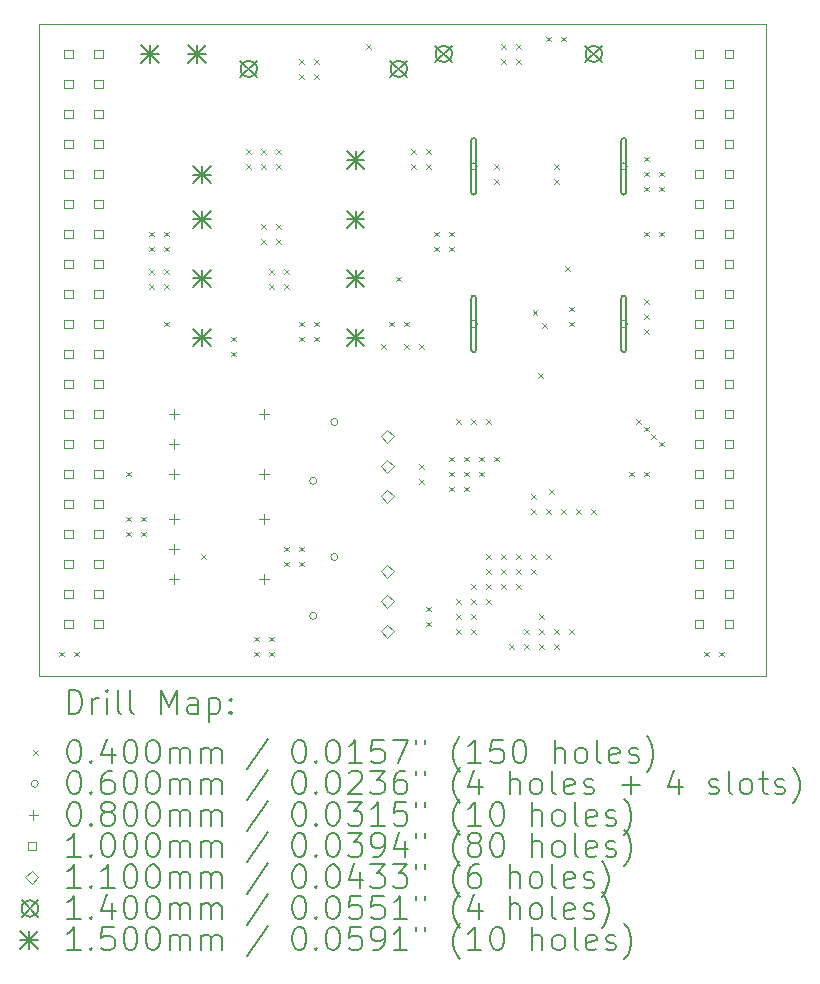
<source format=gbr>
%FSLAX45Y45*%
G04 Gerber Fmt 4.5, Leading zero omitted, Abs format (unit mm)*
G04 Created by KiCad (PCBNEW (6.0.2)) date 2022-02-24 19:29:31*
%MOMM*%
%LPD*%
G01*
G04 APERTURE LIST*
%TA.AperFunction,Profile*%
%ADD10C,0.100000*%
%TD*%
%ADD11C,0.200000*%
%ADD12C,0.040000*%
%ADD13C,0.060000*%
%ADD14C,0.080000*%
%ADD15C,0.100000*%
%ADD16C,0.110000*%
%ADD17C,0.140000*%
%ADD18C,0.150000*%
G04 APERTURE END LIST*
D10*
X15748000Y-7175500D02*
X21907500Y-7175500D01*
X15748000Y-1651000D02*
X15748000Y-7175500D01*
X21907500Y-7175500D02*
X21907500Y-1651000D01*
X21907500Y-1651000D02*
X15748000Y-1651000D01*
D11*
D12*
X15918500Y-6965000D02*
X15958500Y-7005000D01*
X15958500Y-6965000D02*
X15918500Y-7005000D01*
X16045500Y-6965000D02*
X16085500Y-7005000D01*
X16085500Y-6965000D02*
X16045500Y-7005000D01*
X16490000Y-5441000D02*
X16530000Y-5481000D01*
X16530000Y-5441000D02*
X16490000Y-5481000D01*
X16490000Y-5822000D02*
X16530000Y-5862000D01*
X16530000Y-5822000D02*
X16490000Y-5862000D01*
X16490000Y-5949000D02*
X16530000Y-5989000D01*
X16530000Y-5949000D02*
X16490000Y-5989000D01*
X16617000Y-5822000D02*
X16657000Y-5862000D01*
X16657000Y-5822000D02*
X16617000Y-5862000D01*
X16617000Y-5949000D02*
X16657000Y-5989000D01*
X16657000Y-5949000D02*
X16617000Y-5989000D01*
X16680500Y-3409000D02*
X16720500Y-3449000D01*
X16720500Y-3409000D02*
X16680500Y-3449000D01*
X16680500Y-3536000D02*
X16720500Y-3576000D01*
X16720500Y-3536000D02*
X16680500Y-3576000D01*
X16680500Y-3726500D02*
X16720500Y-3766500D01*
X16720500Y-3726500D02*
X16680500Y-3766500D01*
X16680500Y-3853500D02*
X16720500Y-3893500D01*
X16720500Y-3853500D02*
X16680500Y-3893500D01*
X16807500Y-3409000D02*
X16847500Y-3449000D01*
X16847500Y-3409000D02*
X16807500Y-3449000D01*
X16807500Y-3536000D02*
X16847500Y-3576000D01*
X16847500Y-3536000D02*
X16807500Y-3576000D01*
X16807500Y-3726500D02*
X16847500Y-3766500D01*
X16847500Y-3726500D02*
X16807500Y-3766500D01*
X16807500Y-3853500D02*
X16847500Y-3893500D01*
X16847500Y-3853500D02*
X16807500Y-3893500D01*
X16807500Y-4171000D02*
X16847500Y-4211000D01*
X16847500Y-4171000D02*
X16807500Y-4211000D01*
X17125000Y-6139500D02*
X17165000Y-6179500D01*
X17165000Y-6139500D02*
X17125000Y-6179500D01*
X17379000Y-4298000D02*
X17419000Y-4338000D01*
X17419000Y-4298000D02*
X17379000Y-4338000D01*
X17379000Y-4425000D02*
X17419000Y-4465000D01*
X17419000Y-4425000D02*
X17379000Y-4465000D01*
X17506000Y-2710500D02*
X17546000Y-2750500D01*
X17546000Y-2710500D02*
X17506000Y-2750500D01*
X17506000Y-2837500D02*
X17546000Y-2877500D01*
X17546000Y-2837500D02*
X17506000Y-2877500D01*
X17569500Y-6838000D02*
X17609500Y-6878000D01*
X17609500Y-6838000D02*
X17569500Y-6878000D01*
X17569500Y-6965000D02*
X17609500Y-7005000D01*
X17609500Y-6965000D02*
X17569500Y-7005000D01*
X17633000Y-2710500D02*
X17673000Y-2750500D01*
X17673000Y-2710500D02*
X17633000Y-2750500D01*
X17633000Y-2837500D02*
X17673000Y-2877500D01*
X17673000Y-2837500D02*
X17633000Y-2877500D01*
X17633000Y-3345500D02*
X17673000Y-3385500D01*
X17673000Y-3345500D02*
X17633000Y-3385500D01*
X17633000Y-3472500D02*
X17673000Y-3512500D01*
X17673000Y-3472500D02*
X17633000Y-3512500D01*
X17696500Y-3726500D02*
X17736500Y-3766500D01*
X17736500Y-3726500D02*
X17696500Y-3766500D01*
X17696500Y-3853500D02*
X17736500Y-3893500D01*
X17736500Y-3853500D02*
X17696500Y-3893500D01*
X17696500Y-6838000D02*
X17736500Y-6878000D01*
X17736500Y-6838000D02*
X17696500Y-6878000D01*
X17696500Y-6965000D02*
X17736500Y-7005000D01*
X17736500Y-6965000D02*
X17696500Y-7005000D01*
X17760000Y-2710500D02*
X17800000Y-2750500D01*
X17800000Y-2710500D02*
X17760000Y-2750500D01*
X17760000Y-2837500D02*
X17800000Y-2877500D01*
X17800000Y-2837500D02*
X17760000Y-2877500D01*
X17760000Y-3345500D02*
X17800000Y-3385500D01*
X17800000Y-3345500D02*
X17760000Y-3385500D01*
X17760000Y-3472500D02*
X17800000Y-3512500D01*
X17800000Y-3472500D02*
X17760000Y-3512500D01*
X17823500Y-3726500D02*
X17863500Y-3766500D01*
X17863500Y-3726500D02*
X17823500Y-3766500D01*
X17823500Y-3853500D02*
X17863500Y-3893500D01*
X17863500Y-3853500D02*
X17823500Y-3893500D01*
X17823500Y-6076000D02*
X17863500Y-6116000D01*
X17863500Y-6076000D02*
X17823500Y-6116000D01*
X17823500Y-6203000D02*
X17863500Y-6243000D01*
X17863500Y-6203000D02*
X17823500Y-6243000D01*
X17950500Y-1948500D02*
X17990500Y-1988500D01*
X17990500Y-1948500D02*
X17950500Y-1988500D01*
X17950500Y-2075500D02*
X17990500Y-2115500D01*
X17990500Y-2075500D02*
X17950500Y-2115500D01*
X17950500Y-4171000D02*
X17990500Y-4211000D01*
X17990500Y-4171000D02*
X17950500Y-4211000D01*
X17950500Y-4298000D02*
X17990500Y-4338000D01*
X17990500Y-4298000D02*
X17950500Y-4338000D01*
X17950500Y-6076000D02*
X17990500Y-6116000D01*
X17990500Y-6076000D02*
X17950500Y-6116000D01*
X17950500Y-6203000D02*
X17990500Y-6243000D01*
X17990500Y-6203000D02*
X17950500Y-6243000D01*
X18077500Y-1948500D02*
X18117500Y-1988500D01*
X18117500Y-1948500D02*
X18077500Y-1988500D01*
X18077500Y-2075500D02*
X18117500Y-2115500D01*
X18117500Y-2075500D02*
X18077500Y-2115500D01*
X18077500Y-4171000D02*
X18117500Y-4211000D01*
X18117500Y-4171000D02*
X18077500Y-4211000D01*
X18077500Y-4298000D02*
X18117500Y-4338000D01*
X18117500Y-4298000D02*
X18077500Y-4338000D01*
X18522000Y-1821500D02*
X18562000Y-1861500D01*
X18562000Y-1821500D02*
X18522000Y-1861500D01*
X18649000Y-4361500D02*
X18689000Y-4401500D01*
X18689000Y-4361500D02*
X18649000Y-4401500D01*
X18712500Y-4171000D02*
X18752500Y-4211000D01*
X18752500Y-4171000D02*
X18712500Y-4211000D01*
X18776000Y-3790000D02*
X18816000Y-3830000D01*
X18816000Y-3790000D02*
X18776000Y-3830000D01*
X18839500Y-4171000D02*
X18879500Y-4211000D01*
X18879500Y-4171000D02*
X18839500Y-4211000D01*
X18839500Y-4361500D02*
X18879500Y-4401500D01*
X18879500Y-4361500D02*
X18839500Y-4401500D01*
X18903000Y-2710500D02*
X18943000Y-2750500D01*
X18943000Y-2710500D02*
X18903000Y-2750500D01*
X18903000Y-2837500D02*
X18943000Y-2877500D01*
X18943000Y-2837500D02*
X18903000Y-2877500D01*
X18966500Y-4361500D02*
X19006500Y-4401500D01*
X19006500Y-4361500D02*
X18966500Y-4401500D01*
X18966500Y-5377500D02*
X19006500Y-5417500D01*
X19006500Y-5377500D02*
X18966500Y-5417500D01*
X18966500Y-5504500D02*
X19006500Y-5544500D01*
X19006500Y-5504500D02*
X18966500Y-5544500D01*
X19030000Y-2710500D02*
X19070000Y-2750500D01*
X19070000Y-2710500D02*
X19030000Y-2750500D01*
X19030000Y-2837500D02*
X19070000Y-2877500D01*
X19070000Y-2837500D02*
X19030000Y-2877500D01*
X19030000Y-6584000D02*
X19070000Y-6624000D01*
X19070000Y-6584000D02*
X19030000Y-6624000D01*
X19030000Y-6711000D02*
X19070000Y-6751000D01*
X19070000Y-6711000D02*
X19030000Y-6751000D01*
X19093500Y-3409000D02*
X19133500Y-3449000D01*
X19133500Y-3409000D02*
X19093500Y-3449000D01*
X19093500Y-3536000D02*
X19133500Y-3576000D01*
X19133500Y-3536000D02*
X19093500Y-3576000D01*
X19220500Y-3409000D02*
X19260500Y-3449000D01*
X19260500Y-3409000D02*
X19220500Y-3449000D01*
X19220500Y-3536000D02*
X19260500Y-3576000D01*
X19260500Y-3536000D02*
X19220500Y-3576000D01*
X19220500Y-5314000D02*
X19260500Y-5354000D01*
X19260500Y-5314000D02*
X19220500Y-5354000D01*
X19220500Y-5441000D02*
X19260500Y-5481000D01*
X19260500Y-5441000D02*
X19220500Y-5481000D01*
X19220500Y-5568000D02*
X19260500Y-5608000D01*
X19260500Y-5568000D02*
X19220500Y-5608000D01*
X19284000Y-4996500D02*
X19324000Y-5036500D01*
X19324000Y-4996500D02*
X19284000Y-5036500D01*
X19284000Y-6520500D02*
X19324000Y-6560500D01*
X19324000Y-6520500D02*
X19284000Y-6560500D01*
X19284000Y-6647500D02*
X19324000Y-6687500D01*
X19324000Y-6647500D02*
X19284000Y-6687500D01*
X19284000Y-6774500D02*
X19324000Y-6814500D01*
X19324000Y-6774500D02*
X19284000Y-6814500D01*
X19347500Y-5314000D02*
X19387500Y-5354000D01*
X19387500Y-5314000D02*
X19347500Y-5354000D01*
X19347500Y-5441000D02*
X19387500Y-5481000D01*
X19387500Y-5441000D02*
X19347500Y-5481000D01*
X19347500Y-5568000D02*
X19387500Y-5608000D01*
X19387500Y-5568000D02*
X19347500Y-5608000D01*
X19411000Y-4996500D02*
X19451000Y-5036500D01*
X19451000Y-4996500D02*
X19411000Y-5036500D01*
X19411000Y-6393500D02*
X19451000Y-6433500D01*
X19451000Y-6393500D02*
X19411000Y-6433500D01*
X19411000Y-6520500D02*
X19451000Y-6560500D01*
X19451000Y-6520500D02*
X19411000Y-6560500D01*
X19411000Y-6647500D02*
X19451000Y-6687500D01*
X19451000Y-6647500D02*
X19411000Y-6687500D01*
X19411000Y-6774500D02*
X19451000Y-6814500D01*
X19451000Y-6774500D02*
X19411000Y-6814500D01*
X19474500Y-5314000D02*
X19514500Y-5354000D01*
X19514500Y-5314000D02*
X19474500Y-5354000D01*
X19474500Y-5441000D02*
X19514500Y-5481000D01*
X19514500Y-5441000D02*
X19474500Y-5481000D01*
X19538000Y-4996500D02*
X19578000Y-5036500D01*
X19578000Y-4996500D02*
X19538000Y-5036500D01*
X19538000Y-6139500D02*
X19578000Y-6179500D01*
X19578000Y-6139500D02*
X19538000Y-6179500D01*
X19538000Y-6266500D02*
X19578000Y-6306500D01*
X19578000Y-6266500D02*
X19538000Y-6306500D01*
X19538000Y-6393500D02*
X19578000Y-6433500D01*
X19578000Y-6393500D02*
X19538000Y-6433500D01*
X19538000Y-6520500D02*
X19578000Y-6560500D01*
X19578000Y-6520500D02*
X19538000Y-6560500D01*
X19601500Y-2837500D02*
X19641500Y-2877500D01*
X19641500Y-2837500D02*
X19601500Y-2877500D01*
X19601500Y-2964500D02*
X19641500Y-3004500D01*
X19641500Y-2964500D02*
X19601500Y-3004500D01*
X19601500Y-5314000D02*
X19641500Y-5354000D01*
X19641500Y-5314000D02*
X19601500Y-5354000D01*
X19665000Y-1821500D02*
X19705000Y-1861500D01*
X19705000Y-1821500D02*
X19665000Y-1861500D01*
X19665000Y-1948500D02*
X19705000Y-1988500D01*
X19705000Y-1948500D02*
X19665000Y-1988500D01*
X19665000Y-6139500D02*
X19705000Y-6179500D01*
X19705000Y-6139500D02*
X19665000Y-6179500D01*
X19665000Y-6266500D02*
X19705000Y-6306500D01*
X19705000Y-6266500D02*
X19665000Y-6306500D01*
X19665000Y-6393500D02*
X19705000Y-6433500D01*
X19705000Y-6393500D02*
X19665000Y-6433500D01*
X19728500Y-6901500D02*
X19768500Y-6941500D01*
X19768500Y-6901500D02*
X19728500Y-6941500D01*
X19792000Y-1821500D02*
X19832000Y-1861500D01*
X19832000Y-1821500D02*
X19792000Y-1861500D01*
X19792000Y-1948500D02*
X19832000Y-1988500D01*
X19832000Y-1948500D02*
X19792000Y-1988500D01*
X19792000Y-6139500D02*
X19832000Y-6179500D01*
X19832000Y-6139500D02*
X19792000Y-6179500D01*
X19792000Y-6266500D02*
X19832000Y-6306500D01*
X19832000Y-6266500D02*
X19792000Y-6306500D01*
X19792000Y-6393500D02*
X19832000Y-6433500D01*
X19832000Y-6393500D02*
X19792000Y-6433500D01*
X19855500Y-6774500D02*
X19895500Y-6814500D01*
X19895500Y-6774500D02*
X19855500Y-6814500D01*
X19855500Y-6901500D02*
X19895500Y-6941500D01*
X19895500Y-6901500D02*
X19855500Y-6941500D01*
X19919000Y-5631500D02*
X19959000Y-5671500D01*
X19959000Y-5631500D02*
X19919000Y-5671500D01*
X19919000Y-5758500D02*
X19959000Y-5798500D01*
X19959000Y-5758500D02*
X19919000Y-5798500D01*
X19919000Y-6139500D02*
X19959000Y-6179500D01*
X19959000Y-6139500D02*
X19919000Y-6179500D01*
X19919000Y-6266500D02*
X19959000Y-6306500D01*
X19959000Y-6266500D02*
X19919000Y-6306500D01*
X19930140Y-4071330D02*
X19970140Y-4111330D01*
X19970140Y-4071330D02*
X19930140Y-4111330D01*
X19978440Y-4607710D02*
X20018440Y-4647710D01*
X20018440Y-4607710D02*
X19978440Y-4647710D01*
X19982500Y-6647500D02*
X20022500Y-6687500D01*
X20022500Y-6647500D02*
X19982500Y-6687500D01*
X19982500Y-6774500D02*
X20022500Y-6814500D01*
X20022500Y-6774500D02*
X19982500Y-6814500D01*
X19982500Y-6901500D02*
X20022500Y-6941500D01*
X20022500Y-6901500D02*
X19982500Y-6941500D01*
X20010110Y-4181860D02*
X20050110Y-4221860D01*
X20050110Y-4181860D02*
X20010110Y-4221860D01*
X20046000Y-1758000D02*
X20086000Y-1798000D01*
X20086000Y-1758000D02*
X20046000Y-1798000D01*
X20046000Y-5758500D02*
X20086000Y-5798500D01*
X20086000Y-5758500D02*
X20046000Y-5798500D01*
X20046000Y-6139500D02*
X20086000Y-6179500D01*
X20086000Y-6139500D02*
X20046000Y-6179500D01*
X20067070Y-5589070D02*
X20107070Y-5629070D01*
X20107070Y-5589070D02*
X20067070Y-5629070D01*
X20109500Y-2837500D02*
X20149500Y-2877500D01*
X20149500Y-2837500D02*
X20109500Y-2877500D01*
X20109500Y-2964500D02*
X20149500Y-3004500D01*
X20149500Y-2964500D02*
X20109500Y-3004500D01*
X20109500Y-6774500D02*
X20149500Y-6814500D01*
X20149500Y-6774500D02*
X20109500Y-6814500D01*
X20109500Y-6901500D02*
X20149500Y-6941500D01*
X20149500Y-6901500D02*
X20109500Y-6941500D01*
X20173000Y-1758000D02*
X20213000Y-1798000D01*
X20213000Y-1758000D02*
X20173000Y-1798000D01*
X20173000Y-5758500D02*
X20213000Y-5798500D01*
X20213000Y-5758500D02*
X20173000Y-5798500D01*
X20205570Y-3704400D02*
X20245570Y-3744400D01*
X20245570Y-3704400D02*
X20205570Y-3744400D01*
X20236500Y-4044000D02*
X20276500Y-4084000D01*
X20276500Y-4044000D02*
X20236500Y-4084000D01*
X20236500Y-4171000D02*
X20276500Y-4211000D01*
X20276500Y-4171000D02*
X20236500Y-4211000D01*
X20236500Y-6774500D02*
X20276500Y-6814500D01*
X20276500Y-6774500D02*
X20236500Y-6814500D01*
X20300000Y-5758500D02*
X20340000Y-5798500D01*
X20340000Y-5758500D02*
X20300000Y-5798500D01*
X20427000Y-5758500D02*
X20467000Y-5798500D01*
X20467000Y-5758500D02*
X20427000Y-5798500D01*
X20744500Y-5441000D02*
X20784500Y-5481000D01*
X20784500Y-5441000D02*
X20744500Y-5481000D01*
X20808000Y-4996500D02*
X20848000Y-5036500D01*
X20848000Y-4996500D02*
X20808000Y-5036500D01*
X20871500Y-2774000D02*
X20911500Y-2814000D01*
X20911500Y-2774000D02*
X20871500Y-2814000D01*
X20871500Y-2901000D02*
X20911500Y-2941000D01*
X20911500Y-2901000D02*
X20871500Y-2941000D01*
X20871500Y-3028000D02*
X20911500Y-3068000D01*
X20911500Y-3028000D02*
X20871500Y-3068000D01*
X20871500Y-3409000D02*
X20911500Y-3449000D01*
X20911500Y-3409000D02*
X20871500Y-3449000D01*
X20871500Y-3980500D02*
X20911500Y-4020500D01*
X20911500Y-3980500D02*
X20871500Y-4020500D01*
X20871500Y-4107500D02*
X20911500Y-4147500D01*
X20911500Y-4107500D02*
X20871500Y-4147500D01*
X20871500Y-4234500D02*
X20911500Y-4274500D01*
X20911500Y-4234500D02*
X20871500Y-4274500D01*
X20871500Y-5060000D02*
X20911500Y-5100000D01*
X20911500Y-5060000D02*
X20871500Y-5100000D01*
X20871500Y-5441000D02*
X20911500Y-5481000D01*
X20911500Y-5441000D02*
X20871500Y-5481000D01*
X20935000Y-5123500D02*
X20975000Y-5163500D01*
X20975000Y-5123500D02*
X20935000Y-5163500D01*
X20998500Y-2901000D02*
X21038500Y-2941000D01*
X21038500Y-2901000D02*
X20998500Y-2941000D01*
X20998500Y-3028000D02*
X21038500Y-3068000D01*
X21038500Y-3028000D02*
X20998500Y-3068000D01*
X20998500Y-3409000D02*
X21038500Y-3449000D01*
X21038500Y-3409000D02*
X20998500Y-3449000D01*
X20998500Y-5187000D02*
X21038500Y-5227000D01*
X21038500Y-5187000D02*
X20998500Y-5227000D01*
X21379500Y-6965000D02*
X21419500Y-7005000D01*
X21419500Y-6965000D02*
X21379500Y-7005000D01*
X21506500Y-6965000D02*
X21546500Y-7005000D01*
X21546500Y-6965000D02*
X21506500Y-7005000D01*
D13*
X18101000Y-5520500D02*
G75*
G03*
X18101000Y-5520500I-30000J0D01*
G01*
X18101000Y-6663500D02*
G75*
G03*
X18101000Y-6663500I-30000J0D01*
G01*
X18281000Y-5020500D02*
G75*
G03*
X18281000Y-5020500I-30000J0D01*
G01*
X18281000Y-6163500D02*
G75*
G03*
X18281000Y-6163500I-30000J0D01*
G01*
X19461000Y-2857500D02*
G75*
G03*
X19461000Y-2857500I-30000J0D01*
G01*
D11*
X19451000Y-3077500D02*
X19451000Y-2637500D01*
X19411000Y-3077500D02*
X19411000Y-2637500D01*
X19451000Y-2637500D02*
G75*
G03*
X19411000Y-2637500I-20000J0D01*
G01*
X19411000Y-3077500D02*
G75*
G03*
X19451000Y-3077500I20000J0D01*
G01*
D13*
X19461000Y-4191000D02*
G75*
G03*
X19461000Y-4191000I-30000J0D01*
G01*
D11*
X19451000Y-4411000D02*
X19451000Y-3971000D01*
X19411000Y-4411000D02*
X19411000Y-3971000D01*
X19451000Y-3971000D02*
G75*
G03*
X19411000Y-3971000I-20000J0D01*
G01*
X19411000Y-4411000D02*
G75*
G03*
X19451000Y-4411000I20000J0D01*
G01*
D13*
X20731000Y-2857500D02*
G75*
G03*
X20731000Y-2857500I-30000J0D01*
G01*
D11*
X20721000Y-3077500D02*
X20721000Y-2637500D01*
X20681000Y-3077500D02*
X20681000Y-2637500D01*
X20721000Y-2637500D02*
G75*
G03*
X20681000Y-2637500I-20000J0D01*
G01*
X20681000Y-3077500D02*
G75*
G03*
X20721000Y-3077500I20000J0D01*
G01*
D13*
X20731000Y-4191000D02*
G75*
G03*
X20731000Y-4191000I-30000J0D01*
G01*
D11*
X20721000Y-4411000D02*
X20721000Y-3971000D01*
X20681000Y-4411000D02*
X20681000Y-3971000D01*
X20721000Y-3971000D02*
G75*
G03*
X20681000Y-3971000I-20000J0D01*
G01*
X20681000Y-4411000D02*
G75*
G03*
X20721000Y-4411000I20000J0D01*
G01*
D14*
X16892000Y-4914500D02*
X16892000Y-4994500D01*
X16852000Y-4954500D02*
X16932000Y-4954500D01*
X16892000Y-5168500D02*
X16892000Y-5248500D01*
X16852000Y-5208500D02*
X16932000Y-5208500D01*
X16892000Y-5422500D02*
X16892000Y-5502500D01*
X16852000Y-5462500D02*
X16932000Y-5462500D01*
X16892000Y-5803500D02*
X16892000Y-5883500D01*
X16852000Y-5843500D02*
X16932000Y-5843500D01*
X16892000Y-6057500D02*
X16892000Y-6137500D01*
X16852000Y-6097500D02*
X16932000Y-6097500D01*
X16892000Y-6311500D02*
X16892000Y-6391500D01*
X16852000Y-6351500D02*
X16932000Y-6351500D01*
X17654000Y-4914500D02*
X17654000Y-4994500D01*
X17614000Y-4954500D02*
X17694000Y-4954500D01*
X17654000Y-5422500D02*
X17654000Y-5502500D01*
X17614000Y-5462500D02*
X17694000Y-5462500D01*
X17654000Y-5803500D02*
X17654000Y-5883500D01*
X17614000Y-5843500D02*
X17694000Y-5843500D01*
X17654000Y-6311500D02*
X17654000Y-6391500D01*
X17614000Y-6351500D02*
X17694000Y-6351500D01*
D15*
X16036856Y-1940856D02*
X16036856Y-1870144D01*
X15966144Y-1870144D01*
X15966144Y-1940856D01*
X16036856Y-1940856D01*
X16036856Y-2194856D02*
X16036856Y-2124144D01*
X15966144Y-2124144D01*
X15966144Y-2194856D01*
X16036856Y-2194856D01*
X16036856Y-2448856D02*
X16036856Y-2378144D01*
X15966144Y-2378144D01*
X15966144Y-2448856D01*
X16036856Y-2448856D01*
X16036856Y-2702856D02*
X16036856Y-2632144D01*
X15966144Y-2632144D01*
X15966144Y-2702856D01*
X16036856Y-2702856D01*
X16036856Y-2956856D02*
X16036856Y-2886144D01*
X15966144Y-2886144D01*
X15966144Y-2956856D01*
X16036856Y-2956856D01*
X16036856Y-3210856D02*
X16036856Y-3140144D01*
X15966144Y-3140144D01*
X15966144Y-3210856D01*
X16036856Y-3210856D01*
X16036856Y-3464856D02*
X16036856Y-3394144D01*
X15966144Y-3394144D01*
X15966144Y-3464856D01*
X16036856Y-3464856D01*
X16036856Y-3718856D02*
X16036856Y-3648144D01*
X15966144Y-3648144D01*
X15966144Y-3718856D01*
X16036856Y-3718856D01*
X16036856Y-3972856D02*
X16036856Y-3902144D01*
X15966144Y-3902144D01*
X15966144Y-3972856D01*
X16036856Y-3972856D01*
X16036856Y-4226856D02*
X16036856Y-4156144D01*
X15966144Y-4156144D01*
X15966144Y-4226856D01*
X16036856Y-4226856D01*
X16036856Y-4480856D02*
X16036856Y-4410144D01*
X15966144Y-4410144D01*
X15966144Y-4480856D01*
X16036856Y-4480856D01*
X16036856Y-4734856D02*
X16036856Y-4664144D01*
X15966144Y-4664144D01*
X15966144Y-4734856D01*
X16036856Y-4734856D01*
X16036856Y-4988856D02*
X16036856Y-4918144D01*
X15966144Y-4918144D01*
X15966144Y-4988856D01*
X16036856Y-4988856D01*
X16036856Y-5242856D02*
X16036856Y-5172144D01*
X15966144Y-5172144D01*
X15966144Y-5242856D01*
X16036856Y-5242856D01*
X16036856Y-5496856D02*
X16036856Y-5426144D01*
X15966144Y-5426144D01*
X15966144Y-5496856D01*
X16036856Y-5496856D01*
X16036856Y-5750856D02*
X16036856Y-5680144D01*
X15966144Y-5680144D01*
X15966144Y-5750856D01*
X16036856Y-5750856D01*
X16036856Y-6004856D02*
X16036856Y-5934144D01*
X15966144Y-5934144D01*
X15966144Y-6004856D01*
X16036856Y-6004856D01*
X16036856Y-6258856D02*
X16036856Y-6188144D01*
X15966144Y-6188144D01*
X15966144Y-6258856D01*
X16036856Y-6258856D01*
X16036856Y-6512856D02*
X16036856Y-6442144D01*
X15966144Y-6442144D01*
X15966144Y-6512856D01*
X16036856Y-6512856D01*
X16036856Y-6766856D02*
X16036856Y-6696144D01*
X15966144Y-6696144D01*
X15966144Y-6766856D01*
X16036856Y-6766856D01*
X16290856Y-1940856D02*
X16290856Y-1870144D01*
X16220144Y-1870144D01*
X16220144Y-1940856D01*
X16290856Y-1940856D01*
X16290856Y-2194856D02*
X16290856Y-2124144D01*
X16220144Y-2124144D01*
X16220144Y-2194856D01*
X16290856Y-2194856D01*
X16290856Y-2448856D02*
X16290856Y-2378144D01*
X16220144Y-2378144D01*
X16220144Y-2448856D01*
X16290856Y-2448856D01*
X16290856Y-2702856D02*
X16290856Y-2632144D01*
X16220144Y-2632144D01*
X16220144Y-2702856D01*
X16290856Y-2702856D01*
X16290856Y-2956856D02*
X16290856Y-2886144D01*
X16220144Y-2886144D01*
X16220144Y-2956856D01*
X16290856Y-2956856D01*
X16290856Y-3210856D02*
X16290856Y-3140144D01*
X16220144Y-3140144D01*
X16220144Y-3210856D01*
X16290856Y-3210856D01*
X16290856Y-3464856D02*
X16290856Y-3394144D01*
X16220144Y-3394144D01*
X16220144Y-3464856D01*
X16290856Y-3464856D01*
X16290856Y-3718856D02*
X16290856Y-3648144D01*
X16220144Y-3648144D01*
X16220144Y-3718856D01*
X16290856Y-3718856D01*
X16290856Y-3972856D02*
X16290856Y-3902144D01*
X16220144Y-3902144D01*
X16220144Y-3972856D01*
X16290856Y-3972856D01*
X16290856Y-4226856D02*
X16290856Y-4156144D01*
X16220144Y-4156144D01*
X16220144Y-4226856D01*
X16290856Y-4226856D01*
X16290856Y-4480856D02*
X16290856Y-4410144D01*
X16220144Y-4410144D01*
X16220144Y-4480856D01*
X16290856Y-4480856D01*
X16290856Y-4734856D02*
X16290856Y-4664144D01*
X16220144Y-4664144D01*
X16220144Y-4734856D01*
X16290856Y-4734856D01*
X16290856Y-4988856D02*
X16290856Y-4918144D01*
X16220144Y-4918144D01*
X16220144Y-4988856D01*
X16290856Y-4988856D01*
X16290856Y-5242856D02*
X16290856Y-5172144D01*
X16220144Y-5172144D01*
X16220144Y-5242856D01*
X16290856Y-5242856D01*
X16290856Y-5496856D02*
X16290856Y-5426144D01*
X16220144Y-5426144D01*
X16220144Y-5496856D01*
X16290856Y-5496856D01*
X16290856Y-5750856D02*
X16290856Y-5680144D01*
X16220144Y-5680144D01*
X16220144Y-5750856D01*
X16290856Y-5750856D01*
X16290856Y-6004856D02*
X16290856Y-5934144D01*
X16220144Y-5934144D01*
X16220144Y-6004856D01*
X16290856Y-6004856D01*
X16290856Y-6258856D02*
X16290856Y-6188144D01*
X16220144Y-6188144D01*
X16220144Y-6258856D01*
X16290856Y-6258856D01*
X16290856Y-6512856D02*
X16290856Y-6442144D01*
X16220144Y-6442144D01*
X16220144Y-6512856D01*
X16290856Y-6512856D01*
X16290856Y-6766856D02*
X16290856Y-6696144D01*
X16220144Y-6696144D01*
X16220144Y-6766856D01*
X16290856Y-6766856D01*
X21373356Y-1943356D02*
X21373356Y-1872644D01*
X21302644Y-1872644D01*
X21302644Y-1943356D01*
X21373356Y-1943356D01*
X21373356Y-2197356D02*
X21373356Y-2126644D01*
X21302644Y-2126644D01*
X21302644Y-2197356D01*
X21373356Y-2197356D01*
X21373356Y-2451356D02*
X21373356Y-2380644D01*
X21302644Y-2380644D01*
X21302644Y-2451356D01*
X21373356Y-2451356D01*
X21373356Y-2705356D02*
X21373356Y-2634644D01*
X21302644Y-2634644D01*
X21302644Y-2705356D01*
X21373356Y-2705356D01*
X21373356Y-2959356D02*
X21373356Y-2888644D01*
X21302644Y-2888644D01*
X21302644Y-2959356D01*
X21373356Y-2959356D01*
X21373356Y-3213356D02*
X21373356Y-3142644D01*
X21302644Y-3142644D01*
X21302644Y-3213356D01*
X21373356Y-3213356D01*
X21373356Y-3467356D02*
X21373356Y-3396644D01*
X21302644Y-3396644D01*
X21302644Y-3467356D01*
X21373356Y-3467356D01*
X21373356Y-3721356D02*
X21373356Y-3650644D01*
X21302644Y-3650644D01*
X21302644Y-3721356D01*
X21373356Y-3721356D01*
X21373356Y-3975356D02*
X21373356Y-3904644D01*
X21302644Y-3904644D01*
X21302644Y-3975356D01*
X21373356Y-3975356D01*
X21373356Y-4229356D02*
X21373356Y-4158644D01*
X21302644Y-4158644D01*
X21302644Y-4229356D01*
X21373356Y-4229356D01*
X21373356Y-4483356D02*
X21373356Y-4412644D01*
X21302644Y-4412644D01*
X21302644Y-4483356D01*
X21373356Y-4483356D01*
X21373356Y-4737356D02*
X21373356Y-4666644D01*
X21302644Y-4666644D01*
X21302644Y-4737356D01*
X21373356Y-4737356D01*
X21373356Y-4991356D02*
X21373356Y-4920644D01*
X21302644Y-4920644D01*
X21302644Y-4991356D01*
X21373356Y-4991356D01*
X21373356Y-5245356D02*
X21373356Y-5174644D01*
X21302644Y-5174644D01*
X21302644Y-5245356D01*
X21373356Y-5245356D01*
X21373356Y-5499356D02*
X21373356Y-5428644D01*
X21302644Y-5428644D01*
X21302644Y-5499356D01*
X21373356Y-5499356D01*
X21373356Y-5753356D02*
X21373356Y-5682644D01*
X21302644Y-5682644D01*
X21302644Y-5753356D01*
X21373356Y-5753356D01*
X21373356Y-6007356D02*
X21373356Y-5936644D01*
X21302644Y-5936644D01*
X21302644Y-6007356D01*
X21373356Y-6007356D01*
X21373356Y-6261356D02*
X21373356Y-6190644D01*
X21302644Y-6190644D01*
X21302644Y-6261356D01*
X21373356Y-6261356D01*
X21373356Y-6515356D02*
X21373356Y-6444644D01*
X21302644Y-6444644D01*
X21302644Y-6515356D01*
X21373356Y-6515356D01*
X21373356Y-6769356D02*
X21373356Y-6698644D01*
X21302644Y-6698644D01*
X21302644Y-6769356D01*
X21373356Y-6769356D01*
X21627356Y-1943356D02*
X21627356Y-1872644D01*
X21556644Y-1872644D01*
X21556644Y-1943356D01*
X21627356Y-1943356D01*
X21627356Y-2197356D02*
X21627356Y-2126644D01*
X21556644Y-2126644D01*
X21556644Y-2197356D01*
X21627356Y-2197356D01*
X21627356Y-2451356D02*
X21627356Y-2380644D01*
X21556644Y-2380644D01*
X21556644Y-2451356D01*
X21627356Y-2451356D01*
X21627356Y-2705356D02*
X21627356Y-2634644D01*
X21556644Y-2634644D01*
X21556644Y-2705356D01*
X21627356Y-2705356D01*
X21627356Y-2959356D02*
X21627356Y-2888644D01*
X21556644Y-2888644D01*
X21556644Y-2959356D01*
X21627356Y-2959356D01*
X21627356Y-3213356D02*
X21627356Y-3142644D01*
X21556644Y-3142644D01*
X21556644Y-3213356D01*
X21627356Y-3213356D01*
X21627356Y-3467356D02*
X21627356Y-3396644D01*
X21556644Y-3396644D01*
X21556644Y-3467356D01*
X21627356Y-3467356D01*
X21627356Y-3721356D02*
X21627356Y-3650644D01*
X21556644Y-3650644D01*
X21556644Y-3721356D01*
X21627356Y-3721356D01*
X21627356Y-3975356D02*
X21627356Y-3904644D01*
X21556644Y-3904644D01*
X21556644Y-3975356D01*
X21627356Y-3975356D01*
X21627356Y-4229356D02*
X21627356Y-4158644D01*
X21556644Y-4158644D01*
X21556644Y-4229356D01*
X21627356Y-4229356D01*
X21627356Y-4483356D02*
X21627356Y-4412644D01*
X21556644Y-4412644D01*
X21556644Y-4483356D01*
X21627356Y-4483356D01*
X21627356Y-4737356D02*
X21627356Y-4666644D01*
X21556644Y-4666644D01*
X21556644Y-4737356D01*
X21627356Y-4737356D01*
X21627356Y-4991356D02*
X21627356Y-4920644D01*
X21556644Y-4920644D01*
X21556644Y-4991356D01*
X21627356Y-4991356D01*
X21627356Y-5245356D02*
X21627356Y-5174644D01*
X21556644Y-5174644D01*
X21556644Y-5245356D01*
X21627356Y-5245356D01*
X21627356Y-5499356D02*
X21627356Y-5428644D01*
X21556644Y-5428644D01*
X21556644Y-5499356D01*
X21627356Y-5499356D01*
X21627356Y-5753356D02*
X21627356Y-5682644D01*
X21556644Y-5682644D01*
X21556644Y-5753356D01*
X21627356Y-5753356D01*
X21627356Y-6007356D02*
X21627356Y-5936644D01*
X21556644Y-5936644D01*
X21556644Y-6007356D01*
X21627356Y-6007356D01*
X21627356Y-6261356D02*
X21627356Y-6190644D01*
X21556644Y-6190644D01*
X21556644Y-6261356D01*
X21627356Y-6261356D01*
X21627356Y-6515356D02*
X21627356Y-6444644D01*
X21556644Y-6444644D01*
X21556644Y-6515356D01*
X21627356Y-6515356D01*
X21627356Y-6769356D02*
X21627356Y-6698644D01*
X21556644Y-6698644D01*
X21556644Y-6769356D01*
X21627356Y-6769356D01*
D16*
X18698500Y-5198500D02*
X18753500Y-5143500D01*
X18698500Y-5088500D01*
X18643500Y-5143500D01*
X18698500Y-5198500D01*
X18698500Y-5452500D02*
X18753500Y-5397500D01*
X18698500Y-5342500D01*
X18643500Y-5397500D01*
X18698500Y-5452500D01*
X18698500Y-5706500D02*
X18753500Y-5651500D01*
X18698500Y-5596500D01*
X18643500Y-5651500D01*
X18698500Y-5706500D01*
X18698500Y-6341500D02*
X18753500Y-6286500D01*
X18698500Y-6231500D01*
X18643500Y-6286500D01*
X18698500Y-6341500D01*
X18698500Y-6595500D02*
X18753500Y-6540500D01*
X18698500Y-6485500D01*
X18643500Y-6540500D01*
X18698500Y-6595500D01*
X18698500Y-6849500D02*
X18753500Y-6794500D01*
X18698500Y-6739500D01*
X18643500Y-6794500D01*
X18698500Y-6849500D01*
D17*
X17456000Y-1962000D02*
X17596000Y-2102000D01*
X17596000Y-1962000D02*
X17456000Y-2102000D01*
X17596000Y-2032000D02*
G75*
G03*
X17596000Y-2032000I-70000J0D01*
G01*
X18726000Y-1962000D02*
X18866000Y-2102000D01*
X18866000Y-1962000D02*
X18726000Y-2102000D01*
X18866000Y-2032000D02*
G75*
G03*
X18866000Y-2032000I-70000J0D01*
G01*
X19107000Y-1835000D02*
X19247000Y-1975000D01*
X19247000Y-1835000D02*
X19107000Y-1975000D01*
X19247000Y-1905000D02*
G75*
G03*
X19247000Y-1905000I-70000J0D01*
G01*
X20377000Y-1835000D02*
X20517000Y-1975000D01*
X20517000Y-1835000D02*
X20377000Y-1975000D01*
X20517000Y-1905000D02*
G75*
G03*
X20517000Y-1905000I-70000J0D01*
G01*
D18*
X16616000Y-1830000D02*
X16766000Y-1980000D01*
X16766000Y-1830000D02*
X16616000Y-1980000D01*
X16691000Y-1830000D02*
X16691000Y-1980000D01*
X16616000Y-1905000D02*
X16766000Y-1905000D01*
X17016000Y-1830000D02*
X17166000Y-1980000D01*
X17166000Y-1830000D02*
X17016000Y-1980000D01*
X17091000Y-1830000D02*
X17091000Y-1980000D01*
X17016000Y-1905000D02*
X17166000Y-1905000D01*
X17055000Y-2851000D02*
X17205000Y-3001000D01*
X17205000Y-2851000D02*
X17055000Y-3001000D01*
X17130000Y-2851000D02*
X17130000Y-3001000D01*
X17055000Y-2926000D02*
X17205000Y-2926000D01*
X17055000Y-3231000D02*
X17205000Y-3381000D01*
X17205000Y-3231000D02*
X17055000Y-3381000D01*
X17130000Y-3231000D02*
X17130000Y-3381000D01*
X17055000Y-3306000D02*
X17205000Y-3306000D01*
X17055000Y-3731000D02*
X17205000Y-3881000D01*
X17205000Y-3731000D02*
X17055000Y-3881000D01*
X17130000Y-3731000D02*
X17130000Y-3881000D01*
X17055000Y-3806000D02*
X17205000Y-3806000D01*
X17055000Y-4231000D02*
X17205000Y-4381000D01*
X17205000Y-4231000D02*
X17055000Y-4381000D01*
X17130000Y-4231000D02*
X17130000Y-4381000D01*
X17055000Y-4306000D02*
X17205000Y-4306000D01*
X18355000Y-2731000D02*
X18505000Y-2881000D01*
X18505000Y-2731000D02*
X18355000Y-2881000D01*
X18430000Y-2731000D02*
X18430000Y-2881000D01*
X18355000Y-2806000D02*
X18505000Y-2806000D01*
X18355000Y-3231000D02*
X18505000Y-3381000D01*
X18505000Y-3231000D02*
X18355000Y-3381000D01*
X18430000Y-3231000D02*
X18430000Y-3381000D01*
X18355000Y-3306000D02*
X18505000Y-3306000D01*
X18355000Y-3731000D02*
X18505000Y-3881000D01*
X18505000Y-3731000D02*
X18355000Y-3881000D01*
X18430000Y-3731000D02*
X18430000Y-3881000D01*
X18355000Y-3806000D02*
X18505000Y-3806000D01*
X18355000Y-4231000D02*
X18505000Y-4381000D01*
X18505000Y-4231000D02*
X18355000Y-4381000D01*
X18430000Y-4231000D02*
X18430000Y-4381000D01*
X18355000Y-4306000D02*
X18505000Y-4306000D01*
D11*
X16000619Y-7490976D02*
X16000619Y-7290976D01*
X16048238Y-7290976D01*
X16076809Y-7300500D01*
X16095857Y-7319548D01*
X16105381Y-7338595D01*
X16114905Y-7376690D01*
X16114905Y-7405262D01*
X16105381Y-7443357D01*
X16095857Y-7462405D01*
X16076809Y-7481452D01*
X16048238Y-7490976D01*
X16000619Y-7490976D01*
X16200619Y-7490976D02*
X16200619Y-7357643D01*
X16200619Y-7395738D02*
X16210143Y-7376690D01*
X16219667Y-7367167D01*
X16238714Y-7357643D01*
X16257762Y-7357643D01*
X16324428Y-7490976D02*
X16324428Y-7357643D01*
X16324428Y-7290976D02*
X16314905Y-7300500D01*
X16324428Y-7310024D01*
X16333952Y-7300500D01*
X16324428Y-7290976D01*
X16324428Y-7310024D01*
X16448238Y-7490976D02*
X16429190Y-7481452D01*
X16419667Y-7462405D01*
X16419667Y-7290976D01*
X16553000Y-7490976D02*
X16533952Y-7481452D01*
X16524428Y-7462405D01*
X16524428Y-7290976D01*
X16781571Y-7490976D02*
X16781571Y-7290976D01*
X16848238Y-7433833D01*
X16914905Y-7290976D01*
X16914905Y-7490976D01*
X17095857Y-7490976D02*
X17095857Y-7386214D01*
X17086333Y-7367167D01*
X17067286Y-7357643D01*
X17029190Y-7357643D01*
X17010143Y-7367167D01*
X17095857Y-7481452D02*
X17076810Y-7490976D01*
X17029190Y-7490976D01*
X17010143Y-7481452D01*
X17000619Y-7462405D01*
X17000619Y-7443357D01*
X17010143Y-7424309D01*
X17029190Y-7414786D01*
X17076810Y-7414786D01*
X17095857Y-7405262D01*
X17191095Y-7357643D02*
X17191095Y-7557643D01*
X17191095Y-7367167D02*
X17210143Y-7357643D01*
X17248238Y-7357643D01*
X17267286Y-7367167D01*
X17276810Y-7376690D01*
X17286333Y-7395738D01*
X17286333Y-7452881D01*
X17276810Y-7471928D01*
X17267286Y-7481452D01*
X17248238Y-7490976D01*
X17210143Y-7490976D01*
X17191095Y-7481452D01*
X17372048Y-7471928D02*
X17381571Y-7481452D01*
X17372048Y-7490976D01*
X17362524Y-7481452D01*
X17372048Y-7471928D01*
X17372048Y-7490976D01*
X17372048Y-7367167D02*
X17381571Y-7376690D01*
X17372048Y-7386214D01*
X17362524Y-7376690D01*
X17372048Y-7367167D01*
X17372048Y-7386214D01*
D12*
X15703000Y-7800500D02*
X15743000Y-7840500D01*
X15743000Y-7800500D02*
X15703000Y-7840500D01*
D11*
X16038714Y-7710976D02*
X16057762Y-7710976D01*
X16076809Y-7720500D01*
X16086333Y-7730024D01*
X16095857Y-7749071D01*
X16105381Y-7787167D01*
X16105381Y-7834786D01*
X16095857Y-7872881D01*
X16086333Y-7891928D01*
X16076809Y-7901452D01*
X16057762Y-7910976D01*
X16038714Y-7910976D01*
X16019667Y-7901452D01*
X16010143Y-7891928D01*
X16000619Y-7872881D01*
X15991095Y-7834786D01*
X15991095Y-7787167D01*
X16000619Y-7749071D01*
X16010143Y-7730024D01*
X16019667Y-7720500D01*
X16038714Y-7710976D01*
X16191095Y-7891928D02*
X16200619Y-7901452D01*
X16191095Y-7910976D01*
X16181571Y-7901452D01*
X16191095Y-7891928D01*
X16191095Y-7910976D01*
X16372048Y-7777643D02*
X16372048Y-7910976D01*
X16324428Y-7701452D02*
X16276809Y-7844309D01*
X16400619Y-7844309D01*
X16514905Y-7710976D02*
X16533952Y-7710976D01*
X16553000Y-7720500D01*
X16562524Y-7730024D01*
X16572048Y-7749071D01*
X16581571Y-7787167D01*
X16581571Y-7834786D01*
X16572048Y-7872881D01*
X16562524Y-7891928D01*
X16553000Y-7901452D01*
X16533952Y-7910976D01*
X16514905Y-7910976D01*
X16495857Y-7901452D01*
X16486333Y-7891928D01*
X16476809Y-7872881D01*
X16467286Y-7834786D01*
X16467286Y-7787167D01*
X16476809Y-7749071D01*
X16486333Y-7730024D01*
X16495857Y-7720500D01*
X16514905Y-7710976D01*
X16705381Y-7710976D02*
X16724428Y-7710976D01*
X16743476Y-7720500D01*
X16753000Y-7730024D01*
X16762524Y-7749071D01*
X16772048Y-7787167D01*
X16772048Y-7834786D01*
X16762524Y-7872881D01*
X16753000Y-7891928D01*
X16743476Y-7901452D01*
X16724428Y-7910976D01*
X16705381Y-7910976D01*
X16686333Y-7901452D01*
X16676809Y-7891928D01*
X16667286Y-7872881D01*
X16657762Y-7834786D01*
X16657762Y-7787167D01*
X16667286Y-7749071D01*
X16676809Y-7730024D01*
X16686333Y-7720500D01*
X16705381Y-7710976D01*
X16857762Y-7910976D02*
X16857762Y-7777643D01*
X16857762Y-7796690D02*
X16867286Y-7787167D01*
X16886333Y-7777643D01*
X16914905Y-7777643D01*
X16933952Y-7787167D01*
X16943476Y-7806214D01*
X16943476Y-7910976D01*
X16943476Y-7806214D02*
X16953000Y-7787167D01*
X16972048Y-7777643D01*
X17000619Y-7777643D01*
X17019667Y-7787167D01*
X17029190Y-7806214D01*
X17029190Y-7910976D01*
X17124429Y-7910976D02*
X17124429Y-7777643D01*
X17124429Y-7796690D02*
X17133952Y-7787167D01*
X17153000Y-7777643D01*
X17181571Y-7777643D01*
X17200619Y-7787167D01*
X17210143Y-7806214D01*
X17210143Y-7910976D01*
X17210143Y-7806214D02*
X17219667Y-7787167D01*
X17238714Y-7777643D01*
X17267286Y-7777643D01*
X17286333Y-7787167D01*
X17295857Y-7806214D01*
X17295857Y-7910976D01*
X17686333Y-7701452D02*
X17514905Y-7958595D01*
X17943476Y-7710976D02*
X17962524Y-7710976D01*
X17981571Y-7720500D01*
X17991095Y-7730024D01*
X18000619Y-7749071D01*
X18010143Y-7787167D01*
X18010143Y-7834786D01*
X18000619Y-7872881D01*
X17991095Y-7891928D01*
X17981571Y-7901452D01*
X17962524Y-7910976D01*
X17943476Y-7910976D01*
X17924429Y-7901452D01*
X17914905Y-7891928D01*
X17905381Y-7872881D01*
X17895857Y-7834786D01*
X17895857Y-7787167D01*
X17905381Y-7749071D01*
X17914905Y-7730024D01*
X17924429Y-7720500D01*
X17943476Y-7710976D01*
X18095857Y-7891928D02*
X18105381Y-7901452D01*
X18095857Y-7910976D01*
X18086333Y-7901452D01*
X18095857Y-7891928D01*
X18095857Y-7910976D01*
X18229190Y-7710976D02*
X18248238Y-7710976D01*
X18267286Y-7720500D01*
X18276810Y-7730024D01*
X18286333Y-7749071D01*
X18295857Y-7787167D01*
X18295857Y-7834786D01*
X18286333Y-7872881D01*
X18276810Y-7891928D01*
X18267286Y-7901452D01*
X18248238Y-7910976D01*
X18229190Y-7910976D01*
X18210143Y-7901452D01*
X18200619Y-7891928D01*
X18191095Y-7872881D01*
X18181571Y-7834786D01*
X18181571Y-7787167D01*
X18191095Y-7749071D01*
X18200619Y-7730024D01*
X18210143Y-7720500D01*
X18229190Y-7710976D01*
X18486333Y-7910976D02*
X18372048Y-7910976D01*
X18429190Y-7910976D02*
X18429190Y-7710976D01*
X18410143Y-7739548D01*
X18391095Y-7758595D01*
X18372048Y-7768119D01*
X18667286Y-7710976D02*
X18572048Y-7710976D01*
X18562524Y-7806214D01*
X18572048Y-7796690D01*
X18591095Y-7787167D01*
X18638714Y-7787167D01*
X18657762Y-7796690D01*
X18667286Y-7806214D01*
X18676810Y-7825262D01*
X18676810Y-7872881D01*
X18667286Y-7891928D01*
X18657762Y-7901452D01*
X18638714Y-7910976D01*
X18591095Y-7910976D01*
X18572048Y-7901452D01*
X18562524Y-7891928D01*
X18743476Y-7710976D02*
X18876810Y-7710976D01*
X18791095Y-7910976D01*
X18943476Y-7710976D02*
X18943476Y-7749071D01*
X19019667Y-7710976D02*
X19019667Y-7749071D01*
X19314905Y-7987167D02*
X19305381Y-7977643D01*
X19286333Y-7949071D01*
X19276810Y-7930024D01*
X19267286Y-7901452D01*
X19257762Y-7853833D01*
X19257762Y-7815738D01*
X19267286Y-7768119D01*
X19276810Y-7739548D01*
X19286333Y-7720500D01*
X19305381Y-7691928D01*
X19314905Y-7682405D01*
X19495857Y-7910976D02*
X19381571Y-7910976D01*
X19438714Y-7910976D02*
X19438714Y-7710976D01*
X19419667Y-7739548D01*
X19400619Y-7758595D01*
X19381571Y-7768119D01*
X19676810Y-7710976D02*
X19581571Y-7710976D01*
X19572048Y-7806214D01*
X19581571Y-7796690D01*
X19600619Y-7787167D01*
X19648238Y-7787167D01*
X19667286Y-7796690D01*
X19676810Y-7806214D01*
X19686333Y-7825262D01*
X19686333Y-7872881D01*
X19676810Y-7891928D01*
X19667286Y-7901452D01*
X19648238Y-7910976D01*
X19600619Y-7910976D01*
X19581571Y-7901452D01*
X19572048Y-7891928D01*
X19810143Y-7710976D02*
X19829190Y-7710976D01*
X19848238Y-7720500D01*
X19857762Y-7730024D01*
X19867286Y-7749071D01*
X19876810Y-7787167D01*
X19876810Y-7834786D01*
X19867286Y-7872881D01*
X19857762Y-7891928D01*
X19848238Y-7901452D01*
X19829190Y-7910976D01*
X19810143Y-7910976D01*
X19791095Y-7901452D01*
X19781571Y-7891928D01*
X19772048Y-7872881D01*
X19762524Y-7834786D01*
X19762524Y-7787167D01*
X19772048Y-7749071D01*
X19781571Y-7730024D01*
X19791095Y-7720500D01*
X19810143Y-7710976D01*
X20114905Y-7910976D02*
X20114905Y-7710976D01*
X20200619Y-7910976D02*
X20200619Y-7806214D01*
X20191095Y-7787167D01*
X20172048Y-7777643D01*
X20143476Y-7777643D01*
X20124429Y-7787167D01*
X20114905Y-7796690D01*
X20324429Y-7910976D02*
X20305381Y-7901452D01*
X20295857Y-7891928D01*
X20286333Y-7872881D01*
X20286333Y-7815738D01*
X20295857Y-7796690D01*
X20305381Y-7787167D01*
X20324429Y-7777643D01*
X20353000Y-7777643D01*
X20372048Y-7787167D01*
X20381571Y-7796690D01*
X20391095Y-7815738D01*
X20391095Y-7872881D01*
X20381571Y-7891928D01*
X20372048Y-7901452D01*
X20353000Y-7910976D01*
X20324429Y-7910976D01*
X20505381Y-7910976D02*
X20486333Y-7901452D01*
X20476810Y-7882405D01*
X20476810Y-7710976D01*
X20657762Y-7901452D02*
X20638714Y-7910976D01*
X20600619Y-7910976D01*
X20581571Y-7901452D01*
X20572048Y-7882405D01*
X20572048Y-7806214D01*
X20581571Y-7787167D01*
X20600619Y-7777643D01*
X20638714Y-7777643D01*
X20657762Y-7787167D01*
X20667286Y-7806214D01*
X20667286Y-7825262D01*
X20572048Y-7844309D01*
X20743476Y-7901452D02*
X20762524Y-7910976D01*
X20800619Y-7910976D01*
X20819667Y-7901452D01*
X20829190Y-7882405D01*
X20829190Y-7872881D01*
X20819667Y-7853833D01*
X20800619Y-7844309D01*
X20772048Y-7844309D01*
X20753000Y-7834786D01*
X20743476Y-7815738D01*
X20743476Y-7806214D01*
X20753000Y-7787167D01*
X20772048Y-7777643D01*
X20800619Y-7777643D01*
X20819667Y-7787167D01*
X20895857Y-7987167D02*
X20905381Y-7977643D01*
X20924429Y-7949071D01*
X20933952Y-7930024D01*
X20943476Y-7901452D01*
X20953000Y-7853833D01*
X20953000Y-7815738D01*
X20943476Y-7768119D01*
X20933952Y-7739548D01*
X20924429Y-7720500D01*
X20905381Y-7691928D01*
X20895857Y-7682405D01*
D13*
X15743000Y-8084500D02*
G75*
G03*
X15743000Y-8084500I-30000J0D01*
G01*
D11*
X16038714Y-7974976D02*
X16057762Y-7974976D01*
X16076809Y-7984500D01*
X16086333Y-7994024D01*
X16095857Y-8013071D01*
X16105381Y-8051167D01*
X16105381Y-8098786D01*
X16095857Y-8136881D01*
X16086333Y-8155928D01*
X16076809Y-8165452D01*
X16057762Y-8174976D01*
X16038714Y-8174976D01*
X16019667Y-8165452D01*
X16010143Y-8155928D01*
X16000619Y-8136881D01*
X15991095Y-8098786D01*
X15991095Y-8051167D01*
X16000619Y-8013071D01*
X16010143Y-7994024D01*
X16019667Y-7984500D01*
X16038714Y-7974976D01*
X16191095Y-8155928D02*
X16200619Y-8165452D01*
X16191095Y-8174976D01*
X16181571Y-8165452D01*
X16191095Y-8155928D01*
X16191095Y-8174976D01*
X16372048Y-7974976D02*
X16333952Y-7974976D01*
X16314905Y-7984500D01*
X16305381Y-7994024D01*
X16286333Y-8022595D01*
X16276809Y-8060690D01*
X16276809Y-8136881D01*
X16286333Y-8155928D01*
X16295857Y-8165452D01*
X16314905Y-8174976D01*
X16353000Y-8174976D01*
X16372048Y-8165452D01*
X16381571Y-8155928D01*
X16391095Y-8136881D01*
X16391095Y-8089262D01*
X16381571Y-8070214D01*
X16372048Y-8060690D01*
X16353000Y-8051167D01*
X16314905Y-8051167D01*
X16295857Y-8060690D01*
X16286333Y-8070214D01*
X16276809Y-8089262D01*
X16514905Y-7974976D02*
X16533952Y-7974976D01*
X16553000Y-7984500D01*
X16562524Y-7994024D01*
X16572048Y-8013071D01*
X16581571Y-8051167D01*
X16581571Y-8098786D01*
X16572048Y-8136881D01*
X16562524Y-8155928D01*
X16553000Y-8165452D01*
X16533952Y-8174976D01*
X16514905Y-8174976D01*
X16495857Y-8165452D01*
X16486333Y-8155928D01*
X16476809Y-8136881D01*
X16467286Y-8098786D01*
X16467286Y-8051167D01*
X16476809Y-8013071D01*
X16486333Y-7994024D01*
X16495857Y-7984500D01*
X16514905Y-7974976D01*
X16705381Y-7974976D02*
X16724428Y-7974976D01*
X16743476Y-7984500D01*
X16753000Y-7994024D01*
X16762524Y-8013071D01*
X16772048Y-8051167D01*
X16772048Y-8098786D01*
X16762524Y-8136881D01*
X16753000Y-8155928D01*
X16743476Y-8165452D01*
X16724428Y-8174976D01*
X16705381Y-8174976D01*
X16686333Y-8165452D01*
X16676809Y-8155928D01*
X16667286Y-8136881D01*
X16657762Y-8098786D01*
X16657762Y-8051167D01*
X16667286Y-8013071D01*
X16676809Y-7994024D01*
X16686333Y-7984500D01*
X16705381Y-7974976D01*
X16857762Y-8174976D02*
X16857762Y-8041643D01*
X16857762Y-8060690D02*
X16867286Y-8051167D01*
X16886333Y-8041643D01*
X16914905Y-8041643D01*
X16933952Y-8051167D01*
X16943476Y-8070214D01*
X16943476Y-8174976D01*
X16943476Y-8070214D02*
X16953000Y-8051167D01*
X16972048Y-8041643D01*
X17000619Y-8041643D01*
X17019667Y-8051167D01*
X17029190Y-8070214D01*
X17029190Y-8174976D01*
X17124429Y-8174976D02*
X17124429Y-8041643D01*
X17124429Y-8060690D02*
X17133952Y-8051167D01*
X17153000Y-8041643D01*
X17181571Y-8041643D01*
X17200619Y-8051167D01*
X17210143Y-8070214D01*
X17210143Y-8174976D01*
X17210143Y-8070214D02*
X17219667Y-8051167D01*
X17238714Y-8041643D01*
X17267286Y-8041643D01*
X17286333Y-8051167D01*
X17295857Y-8070214D01*
X17295857Y-8174976D01*
X17686333Y-7965452D02*
X17514905Y-8222595D01*
X17943476Y-7974976D02*
X17962524Y-7974976D01*
X17981571Y-7984500D01*
X17991095Y-7994024D01*
X18000619Y-8013071D01*
X18010143Y-8051167D01*
X18010143Y-8098786D01*
X18000619Y-8136881D01*
X17991095Y-8155928D01*
X17981571Y-8165452D01*
X17962524Y-8174976D01*
X17943476Y-8174976D01*
X17924429Y-8165452D01*
X17914905Y-8155928D01*
X17905381Y-8136881D01*
X17895857Y-8098786D01*
X17895857Y-8051167D01*
X17905381Y-8013071D01*
X17914905Y-7994024D01*
X17924429Y-7984500D01*
X17943476Y-7974976D01*
X18095857Y-8155928D02*
X18105381Y-8165452D01*
X18095857Y-8174976D01*
X18086333Y-8165452D01*
X18095857Y-8155928D01*
X18095857Y-8174976D01*
X18229190Y-7974976D02*
X18248238Y-7974976D01*
X18267286Y-7984500D01*
X18276810Y-7994024D01*
X18286333Y-8013071D01*
X18295857Y-8051167D01*
X18295857Y-8098786D01*
X18286333Y-8136881D01*
X18276810Y-8155928D01*
X18267286Y-8165452D01*
X18248238Y-8174976D01*
X18229190Y-8174976D01*
X18210143Y-8165452D01*
X18200619Y-8155928D01*
X18191095Y-8136881D01*
X18181571Y-8098786D01*
X18181571Y-8051167D01*
X18191095Y-8013071D01*
X18200619Y-7994024D01*
X18210143Y-7984500D01*
X18229190Y-7974976D01*
X18372048Y-7994024D02*
X18381571Y-7984500D01*
X18400619Y-7974976D01*
X18448238Y-7974976D01*
X18467286Y-7984500D01*
X18476810Y-7994024D01*
X18486333Y-8013071D01*
X18486333Y-8032119D01*
X18476810Y-8060690D01*
X18362524Y-8174976D01*
X18486333Y-8174976D01*
X18553000Y-7974976D02*
X18676810Y-7974976D01*
X18610143Y-8051167D01*
X18638714Y-8051167D01*
X18657762Y-8060690D01*
X18667286Y-8070214D01*
X18676810Y-8089262D01*
X18676810Y-8136881D01*
X18667286Y-8155928D01*
X18657762Y-8165452D01*
X18638714Y-8174976D01*
X18581571Y-8174976D01*
X18562524Y-8165452D01*
X18553000Y-8155928D01*
X18848238Y-7974976D02*
X18810143Y-7974976D01*
X18791095Y-7984500D01*
X18781571Y-7994024D01*
X18762524Y-8022595D01*
X18753000Y-8060690D01*
X18753000Y-8136881D01*
X18762524Y-8155928D01*
X18772048Y-8165452D01*
X18791095Y-8174976D01*
X18829190Y-8174976D01*
X18848238Y-8165452D01*
X18857762Y-8155928D01*
X18867286Y-8136881D01*
X18867286Y-8089262D01*
X18857762Y-8070214D01*
X18848238Y-8060690D01*
X18829190Y-8051167D01*
X18791095Y-8051167D01*
X18772048Y-8060690D01*
X18762524Y-8070214D01*
X18753000Y-8089262D01*
X18943476Y-7974976D02*
X18943476Y-8013071D01*
X19019667Y-7974976D02*
X19019667Y-8013071D01*
X19314905Y-8251167D02*
X19305381Y-8241643D01*
X19286333Y-8213071D01*
X19276810Y-8194024D01*
X19267286Y-8165452D01*
X19257762Y-8117833D01*
X19257762Y-8079738D01*
X19267286Y-8032119D01*
X19276810Y-8003548D01*
X19286333Y-7984500D01*
X19305381Y-7955928D01*
X19314905Y-7946405D01*
X19476810Y-8041643D02*
X19476810Y-8174976D01*
X19429190Y-7965452D02*
X19381571Y-8108309D01*
X19505381Y-8108309D01*
X19733952Y-8174976D02*
X19733952Y-7974976D01*
X19819667Y-8174976D02*
X19819667Y-8070214D01*
X19810143Y-8051167D01*
X19791095Y-8041643D01*
X19762524Y-8041643D01*
X19743476Y-8051167D01*
X19733952Y-8060690D01*
X19943476Y-8174976D02*
X19924429Y-8165452D01*
X19914905Y-8155928D01*
X19905381Y-8136881D01*
X19905381Y-8079738D01*
X19914905Y-8060690D01*
X19924429Y-8051167D01*
X19943476Y-8041643D01*
X19972048Y-8041643D01*
X19991095Y-8051167D01*
X20000619Y-8060690D01*
X20010143Y-8079738D01*
X20010143Y-8136881D01*
X20000619Y-8155928D01*
X19991095Y-8165452D01*
X19972048Y-8174976D01*
X19943476Y-8174976D01*
X20124429Y-8174976D02*
X20105381Y-8165452D01*
X20095857Y-8146405D01*
X20095857Y-7974976D01*
X20276810Y-8165452D02*
X20257762Y-8174976D01*
X20219667Y-8174976D01*
X20200619Y-8165452D01*
X20191095Y-8146405D01*
X20191095Y-8070214D01*
X20200619Y-8051167D01*
X20219667Y-8041643D01*
X20257762Y-8041643D01*
X20276810Y-8051167D01*
X20286333Y-8070214D01*
X20286333Y-8089262D01*
X20191095Y-8108309D01*
X20362524Y-8165452D02*
X20381571Y-8174976D01*
X20419667Y-8174976D01*
X20438714Y-8165452D01*
X20448238Y-8146405D01*
X20448238Y-8136881D01*
X20438714Y-8117833D01*
X20419667Y-8108309D01*
X20391095Y-8108309D01*
X20372048Y-8098786D01*
X20362524Y-8079738D01*
X20362524Y-8070214D01*
X20372048Y-8051167D01*
X20391095Y-8041643D01*
X20419667Y-8041643D01*
X20438714Y-8051167D01*
X20686333Y-8098786D02*
X20838714Y-8098786D01*
X20762524Y-8174976D02*
X20762524Y-8022595D01*
X21172048Y-8041643D02*
X21172048Y-8174976D01*
X21124429Y-7965452D02*
X21076810Y-8108309D01*
X21200619Y-8108309D01*
X21419667Y-8165452D02*
X21438714Y-8174976D01*
X21476810Y-8174976D01*
X21495857Y-8165452D01*
X21505381Y-8146405D01*
X21505381Y-8136881D01*
X21495857Y-8117833D01*
X21476810Y-8108309D01*
X21448238Y-8108309D01*
X21429190Y-8098786D01*
X21419667Y-8079738D01*
X21419667Y-8070214D01*
X21429190Y-8051167D01*
X21448238Y-8041643D01*
X21476810Y-8041643D01*
X21495857Y-8051167D01*
X21619667Y-8174976D02*
X21600619Y-8165452D01*
X21591095Y-8146405D01*
X21591095Y-7974976D01*
X21724429Y-8174976D02*
X21705381Y-8165452D01*
X21695857Y-8155928D01*
X21686333Y-8136881D01*
X21686333Y-8079738D01*
X21695857Y-8060690D01*
X21705381Y-8051167D01*
X21724429Y-8041643D01*
X21753000Y-8041643D01*
X21772048Y-8051167D01*
X21781571Y-8060690D01*
X21791095Y-8079738D01*
X21791095Y-8136881D01*
X21781571Y-8155928D01*
X21772048Y-8165452D01*
X21753000Y-8174976D01*
X21724429Y-8174976D01*
X21848238Y-8041643D02*
X21924429Y-8041643D01*
X21876810Y-7974976D02*
X21876810Y-8146405D01*
X21886333Y-8165452D01*
X21905381Y-8174976D01*
X21924429Y-8174976D01*
X21981571Y-8165452D02*
X22000619Y-8174976D01*
X22038714Y-8174976D01*
X22057762Y-8165452D01*
X22067286Y-8146405D01*
X22067286Y-8136881D01*
X22057762Y-8117833D01*
X22038714Y-8108309D01*
X22010143Y-8108309D01*
X21991095Y-8098786D01*
X21981571Y-8079738D01*
X21981571Y-8070214D01*
X21991095Y-8051167D01*
X22010143Y-8041643D01*
X22038714Y-8041643D01*
X22057762Y-8051167D01*
X22133952Y-8251167D02*
X22143476Y-8241643D01*
X22162524Y-8213071D01*
X22172048Y-8194024D01*
X22181571Y-8165452D01*
X22191095Y-8117833D01*
X22191095Y-8079738D01*
X22181571Y-8032119D01*
X22172048Y-8003548D01*
X22162524Y-7984500D01*
X22143476Y-7955928D01*
X22133952Y-7946405D01*
D14*
X15703000Y-8308500D02*
X15703000Y-8388500D01*
X15663000Y-8348500D02*
X15743000Y-8348500D01*
D11*
X16038714Y-8238976D02*
X16057762Y-8238976D01*
X16076809Y-8248500D01*
X16086333Y-8258024D01*
X16095857Y-8277071D01*
X16105381Y-8315167D01*
X16105381Y-8362786D01*
X16095857Y-8400881D01*
X16086333Y-8419929D01*
X16076809Y-8429452D01*
X16057762Y-8438976D01*
X16038714Y-8438976D01*
X16019667Y-8429452D01*
X16010143Y-8419929D01*
X16000619Y-8400881D01*
X15991095Y-8362786D01*
X15991095Y-8315167D01*
X16000619Y-8277071D01*
X16010143Y-8258024D01*
X16019667Y-8248500D01*
X16038714Y-8238976D01*
X16191095Y-8419929D02*
X16200619Y-8429452D01*
X16191095Y-8438976D01*
X16181571Y-8429452D01*
X16191095Y-8419929D01*
X16191095Y-8438976D01*
X16314905Y-8324690D02*
X16295857Y-8315167D01*
X16286333Y-8305643D01*
X16276809Y-8286595D01*
X16276809Y-8277071D01*
X16286333Y-8258024D01*
X16295857Y-8248500D01*
X16314905Y-8238976D01*
X16353000Y-8238976D01*
X16372048Y-8248500D01*
X16381571Y-8258024D01*
X16391095Y-8277071D01*
X16391095Y-8286595D01*
X16381571Y-8305643D01*
X16372048Y-8315167D01*
X16353000Y-8324690D01*
X16314905Y-8324690D01*
X16295857Y-8334214D01*
X16286333Y-8343738D01*
X16276809Y-8362786D01*
X16276809Y-8400881D01*
X16286333Y-8419929D01*
X16295857Y-8429452D01*
X16314905Y-8438976D01*
X16353000Y-8438976D01*
X16372048Y-8429452D01*
X16381571Y-8419929D01*
X16391095Y-8400881D01*
X16391095Y-8362786D01*
X16381571Y-8343738D01*
X16372048Y-8334214D01*
X16353000Y-8324690D01*
X16514905Y-8238976D02*
X16533952Y-8238976D01*
X16553000Y-8248500D01*
X16562524Y-8258024D01*
X16572048Y-8277071D01*
X16581571Y-8315167D01*
X16581571Y-8362786D01*
X16572048Y-8400881D01*
X16562524Y-8419929D01*
X16553000Y-8429452D01*
X16533952Y-8438976D01*
X16514905Y-8438976D01*
X16495857Y-8429452D01*
X16486333Y-8419929D01*
X16476809Y-8400881D01*
X16467286Y-8362786D01*
X16467286Y-8315167D01*
X16476809Y-8277071D01*
X16486333Y-8258024D01*
X16495857Y-8248500D01*
X16514905Y-8238976D01*
X16705381Y-8238976D02*
X16724428Y-8238976D01*
X16743476Y-8248500D01*
X16753000Y-8258024D01*
X16762524Y-8277071D01*
X16772048Y-8315167D01*
X16772048Y-8362786D01*
X16762524Y-8400881D01*
X16753000Y-8419929D01*
X16743476Y-8429452D01*
X16724428Y-8438976D01*
X16705381Y-8438976D01*
X16686333Y-8429452D01*
X16676809Y-8419929D01*
X16667286Y-8400881D01*
X16657762Y-8362786D01*
X16657762Y-8315167D01*
X16667286Y-8277071D01*
X16676809Y-8258024D01*
X16686333Y-8248500D01*
X16705381Y-8238976D01*
X16857762Y-8438976D02*
X16857762Y-8305643D01*
X16857762Y-8324690D02*
X16867286Y-8315167D01*
X16886333Y-8305643D01*
X16914905Y-8305643D01*
X16933952Y-8315167D01*
X16943476Y-8334214D01*
X16943476Y-8438976D01*
X16943476Y-8334214D02*
X16953000Y-8315167D01*
X16972048Y-8305643D01*
X17000619Y-8305643D01*
X17019667Y-8315167D01*
X17029190Y-8334214D01*
X17029190Y-8438976D01*
X17124429Y-8438976D02*
X17124429Y-8305643D01*
X17124429Y-8324690D02*
X17133952Y-8315167D01*
X17153000Y-8305643D01*
X17181571Y-8305643D01*
X17200619Y-8315167D01*
X17210143Y-8334214D01*
X17210143Y-8438976D01*
X17210143Y-8334214D02*
X17219667Y-8315167D01*
X17238714Y-8305643D01*
X17267286Y-8305643D01*
X17286333Y-8315167D01*
X17295857Y-8334214D01*
X17295857Y-8438976D01*
X17686333Y-8229452D02*
X17514905Y-8486595D01*
X17943476Y-8238976D02*
X17962524Y-8238976D01*
X17981571Y-8248500D01*
X17991095Y-8258024D01*
X18000619Y-8277071D01*
X18010143Y-8315167D01*
X18010143Y-8362786D01*
X18000619Y-8400881D01*
X17991095Y-8419929D01*
X17981571Y-8429452D01*
X17962524Y-8438976D01*
X17943476Y-8438976D01*
X17924429Y-8429452D01*
X17914905Y-8419929D01*
X17905381Y-8400881D01*
X17895857Y-8362786D01*
X17895857Y-8315167D01*
X17905381Y-8277071D01*
X17914905Y-8258024D01*
X17924429Y-8248500D01*
X17943476Y-8238976D01*
X18095857Y-8419929D02*
X18105381Y-8429452D01*
X18095857Y-8438976D01*
X18086333Y-8429452D01*
X18095857Y-8419929D01*
X18095857Y-8438976D01*
X18229190Y-8238976D02*
X18248238Y-8238976D01*
X18267286Y-8248500D01*
X18276810Y-8258024D01*
X18286333Y-8277071D01*
X18295857Y-8315167D01*
X18295857Y-8362786D01*
X18286333Y-8400881D01*
X18276810Y-8419929D01*
X18267286Y-8429452D01*
X18248238Y-8438976D01*
X18229190Y-8438976D01*
X18210143Y-8429452D01*
X18200619Y-8419929D01*
X18191095Y-8400881D01*
X18181571Y-8362786D01*
X18181571Y-8315167D01*
X18191095Y-8277071D01*
X18200619Y-8258024D01*
X18210143Y-8248500D01*
X18229190Y-8238976D01*
X18362524Y-8238976D02*
X18486333Y-8238976D01*
X18419667Y-8315167D01*
X18448238Y-8315167D01*
X18467286Y-8324690D01*
X18476810Y-8334214D01*
X18486333Y-8353262D01*
X18486333Y-8400881D01*
X18476810Y-8419929D01*
X18467286Y-8429452D01*
X18448238Y-8438976D01*
X18391095Y-8438976D01*
X18372048Y-8429452D01*
X18362524Y-8419929D01*
X18676810Y-8438976D02*
X18562524Y-8438976D01*
X18619667Y-8438976D02*
X18619667Y-8238976D01*
X18600619Y-8267548D01*
X18581571Y-8286595D01*
X18562524Y-8296119D01*
X18857762Y-8238976D02*
X18762524Y-8238976D01*
X18753000Y-8334214D01*
X18762524Y-8324690D01*
X18781571Y-8315167D01*
X18829190Y-8315167D01*
X18848238Y-8324690D01*
X18857762Y-8334214D01*
X18867286Y-8353262D01*
X18867286Y-8400881D01*
X18857762Y-8419929D01*
X18848238Y-8429452D01*
X18829190Y-8438976D01*
X18781571Y-8438976D01*
X18762524Y-8429452D01*
X18753000Y-8419929D01*
X18943476Y-8238976D02*
X18943476Y-8277071D01*
X19019667Y-8238976D02*
X19019667Y-8277071D01*
X19314905Y-8515167D02*
X19305381Y-8505643D01*
X19286333Y-8477071D01*
X19276810Y-8458024D01*
X19267286Y-8429452D01*
X19257762Y-8381833D01*
X19257762Y-8343738D01*
X19267286Y-8296119D01*
X19276810Y-8267548D01*
X19286333Y-8248500D01*
X19305381Y-8219928D01*
X19314905Y-8210405D01*
X19495857Y-8438976D02*
X19381571Y-8438976D01*
X19438714Y-8438976D02*
X19438714Y-8238976D01*
X19419667Y-8267548D01*
X19400619Y-8286595D01*
X19381571Y-8296119D01*
X19619667Y-8238976D02*
X19638714Y-8238976D01*
X19657762Y-8248500D01*
X19667286Y-8258024D01*
X19676810Y-8277071D01*
X19686333Y-8315167D01*
X19686333Y-8362786D01*
X19676810Y-8400881D01*
X19667286Y-8419929D01*
X19657762Y-8429452D01*
X19638714Y-8438976D01*
X19619667Y-8438976D01*
X19600619Y-8429452D01*
X19591095Y-8419929D01*
X19581571Y-8400881D01*
X19572048Y-8362786D01*
X19572048Y-8315167D01*
X19581571Y-8277071D01*
X19591095Y-8258024D01*
X19600619Y-8248500D01*
X19619667Y-8238976D01*
X19924429Y-8438976D02*
X19924429Y-8238976D01*
X20010143Y-8438976D02*
X20010143Y-8334214D01*
X20000619Y-8315167D01*
X19981571Y-8305643D01*
X19953000Y-8305643D01*
X19933952Y-8315167D01*
X19924429Y-8324690D01*
X20133952Y-8438976D02*
X20114905Y-8429452D01*
X20105381Y-8419929D01*
X20095857Y-8400881D01*
X20095857Y-8343738D01*
X20105381Y-8324690D01*
X20114905Y-8315167D01*
X20133952Y-8305643D01*
X20162524Y-8305643D01*
X20181571Y-8315167D01*
X20191095Y-8324690D01*
X20200619Y-8343738D01*
X20200619Y-8400881D01*
X20191095Y-8419929D01*
X20181571Y-8429452D01*
X20162524Y-8438976D01*
X20133952Y-8438976D01*
X20314905Y-8438976D02*
X20295857Y-8429452D01*
X20286333Y-8410405D01*
X20286333Y-8238976D01*
X20467286Y-8429452D02*
X20448238Y-8438976D01*
X20410143Y-8438976D01*
X20391095Y-8429452D01*
X20381571Y-8410405D01*
X20381571Y-8334214D01*
X20391095Y-8315167D01*
X20410143Y-8305643D01*
X20448238Y-8305643D01*
X20467286Y-8315167D01*
X20476810Y-8334214D01*
X20476810Y-8353262D01*
X20381571Y-8372309D01*
X20553000Y-8429452D02*
X20572048Y-8438976D01*
X20610143Y-8438976D01*
X20629190Y-8429452D01*
X20638714Y-8410405D01*
X20638714Y-8400881D01*
X20629190Y-8381833D01*
X20610143Y-8372309D01*
X20581571Y-8372309D01*
X20562524Y-8362786D01*
X20553000Y-8343738D01*
X20553000Y-8334214D01*
X20562524Y-8315167D01*
X20581571Y-8305643D01*
X20610143Y-8305643D01*
X20629190Y-8315167D01*
X20705381Y-8515167D02*
X20714905Y-8505643D01*
X20733952Y-8477071D01*
X20743476Y-8458024D01*
X20753000Y-8429452D01*
X20762524Y-8381833D01*
X20762524Y-8343738D01*
X20753000Y-8296119D01*
X20743476Y-8267548D01*
X20733952Y-8248500D01*
X20714905Y-8219928D01*
X20705381Y-8210405D01*
D15*
X15728356Y-8647856D02*
X15728356Y-8577144D01*
X15657644Y-8577144D01*
X15657644Y-8647856D01*
X15728356Y-8647856D01*
D11*
X16105381Y-8702976D02*
X15991095Y-8702976D01*
X16048238Y-8702976D02*
X16048238Y-8502976D01*
X16029190Y-8531548D01*
X16010143Y-8550595D01*
X15991095Y-8560119D01*
X16191095Y-8683929D02*
X16200619Y-8693452D01*
X16191095Y-8702976D01*
X16181571Y-8693452D01*
X16191095Y-8683929D01*
X16191095Y-8702976D01*
X16324428Y-8502976D02*
X16343476Y-8502976D01*
X16362524Y-8512500D01*
X16372048Y-8522024D01*
X16381571Y-8541071D01*
X16391095Y-8579167D01*
X16391095Y-8626786D01*
X16381571Y-8664881D01*
X16372048Y-8683929D01*
X16362524Y-8693452D01*
X16343476Y-8702976D01*
X16324428Y-8702976D01*
X16305381Y-8693452D01*
X16295857Y-8683929D01*
X16286333Y-8664881D01*
X16276809Y-8626786D01*
X16276809Y-8579167D01*
X16286333Y-8541071D01*
X16295857Y-8522024D01*
X16305381Y-8512500D01*
X16324428Y-8502976D01*
X16514905Y-8502976D02*
X16533952Y-8502976D01*
X16553000Y-8512500D01*
X16562524Y-8522024D01*
X16572048Y-8541071D01*
X16581571Y-8579167D01*
X16581571Y-8626786D01*
X16572048Y-8664881D01*
X16562524Y-8683929D01*
X16553000Y-8693452D01*
X16533952Y-8702976D01*
X16514905Y-8702976D01*
X16495857Y-8693452D01*
X16486333Y-8683929D01*
X16476809Y-8664881D01*
X16467286Y-8626786D01*
X16467286Y-8579167D01*
X16476809Y-8541071D01*
X16486333Y-8522024D01*
X16495857Y-8512500D01*
X16514905Y-8502976D01*
X16705381Y-8502976D02*
X16724428Y-8502976D01*
X16743476Y-8512500D01*
X16753000Y-8522024D01*
X16762524Y-8541071D01*
X16772048Y-8579167D01*
X16772048Y-8626786D01*
X16762524Y-8664881D01*
X16753000Y-8683929D01*
X16743476Y-8693452D01*
X16724428Y-8702976D01*
X16705381Y-8702976D01*
X16686333Y-8693452D01*
X16676809Y-8683929D01*
X16667286Y-8664881D01*
X16657762Y-8626786D01*
X16657762Y-8579167D01*
X16667286Y-8541071D01*
X16676809Y-8522024D01*
X16686333Y-8512500D01*
X16705381Y-8502976D01*
X16857762Y-8702976D02*
X16857762Y-8569643D01*
X16857762Y-8588690D02*
X16867286Y-8579167D01*
X16886333Y-8569643D01*
X16914905Y-8569643D01*
X16933952Y-8579167D01*
X16943476Y-8598214D01*
X16943476Y-8702976D01*
X16943476Y-8598214D02*
X16953000Y-8579167D01*
X16972048Y-8569643D01*
X17000619Y-8569643D01*
X17019667Y-8579167D01*
X17029190Y-8598214D01*
X17029190Y-8702976D01*
X17124429Y-8702976D02*
X17124429Y-8569643D01*
X17124429Y-8588690D02*
X17133952Y-8579167D01*
X17153000Y-8569643D01*
X17181571Y-8569643D01*
X17200619Y-8579167D01*
X17210143Y-8598214D01*
X17210143Y-8702976D01*
X17210143Y-8598214D02*
X17219667Y-8579167D01*
X17238714Y-8569643D01*
X17267286Y-8569643D01*
X17286333Y-8579167D01*
X17295857Y-8598214D01*
X17295857Y-8702976D01*
X17686333Y-8493452D02*
X17514905Y-8750595D01*
X17943476Y-8502976D02*
X17962524Y-8502976D01*
X17981571Y-8512500D01*
X17991095Y-8522024D01*
X18000619Y-8541071D01*
X18010143Y-8579167D01*
X18010143Y-8626786D01*
X18000619Y-8664881D01*
X17991095Y-8683929D01*
X17981571Y-8693452D01*
X17962524Y-8702976D01*
X17943476Y-8702976D01*
X17924429Y-8693452D01*
X17914905Y-8683929D01*
X17905381Y-8664881D01*
X17895857Y-8626786D01*
X17895857Y-8579167D01*
X17905381Y-8541071D01*
X17914905Y-8522024D01*
X17924429Y-8512500D01*
X17943476Y-8502976D01*
X18095857Y-8683929D02*
X18105381Y-8693452D01*
X18095857Y-8702976D01*
X18086333Y-8693452D01*
X18095857Y-8683929D01*
X18095857Y-8702976D01*
X18229190Y-8502976D02*
X18248238Y-8502976D01*
X18267286Y-8512500D01*
X18276810Y-8522024D01*
X18286333Y-8541071D01*
X18295857Y-8579167D01*
X18295857Y-8626786D01*
X18286333Y-8664881D01*
X18276810Y-8683929D01*
X18267286Y-8693452D01*
X18248238Y-8702976D01*
X18229190Y-8702976D01*
X18210143Y-8693452D01*
X18200619Y-8683929D01*
X18191095Y-8664881D01*
X18181571Y-8626786D01*
X18181571Y-8579167D01*
X18191095Y-8541071D01*
X18200619Y-8522024D01*
X18210143Y-8512500D01*
X18229190Y-8502976D01*
X18362524Y-8502976D02*
X18486333Y-8502976D01*
X18419667Y-8579167D01*
X18448238Y-8579167D01*
X18467286Y-8588690D01*
X18476810Y-8598214D01*
X18486333Y-8617262D01*
X18486333Y-8664881D01*
X18476810Y-8683929D01*
X18467286Y-8693452D01*
X18448238Y-8702976D01*
X18391095Y-8702976D01*
X18372048Y-8693452D01*
X18362524Y-8683929D01*
X18581571Y-8702976D02*
X18619667Y-8702976D01*
X18638714Y-8693452D01*
X18648238Y-8683929D01*
X18667286Y-8655357D01*
X18676810Y-8617262D01*
X18676810Y-8541071D01*
X18667286Y-8522024D01*
X18657762Y-8512500D01*
X18638714Y-8502976D01*
X18600619Y-8502976D01*
X18581571Y-8512500D01*
X18572048Y-8522024D01*
X18562524Y-8541071D01*
X18562524Y-8588690D01*
X18572048Y-8607738D01*
X18581571Y-8617262D01*
X18600619Y-8626786D01*
X18638714Y-8626786D01*
X18657762Y-8617262D01*
X18667286Y-8607738D01*
X18676810Y-8588690D01*
X18848238Y-8569643D02*
X18848238Y-8702976D01*
X18800619Y-8493452D02*
X18753000Y-8636310D01*
X18876810Y-8636310D01*
X18943476Y-8502976D02*
X18943476Y-8541071D01*
X19019667Y-8502976D02*
X19019667Y-8541071D01*
X19314905Y-8779167D02*
X19305381Y-8769643D01*
X19286333Y-8741071D01*
X19276810Y-8722024D01*
X19267286Y-8693452D01*
X19257762Y-8645833D01*
X19257762Y-8607738D01*
X19267286Y-8560119D01*
X19276810Y-8531548D01*
X19286333Y-8512500D01*
X19305381Y-8483929D01*
X19314905Y-8474405D01*
X19419667Y-8588690D02*
X19400619Y-8579167D01*
X19391095Y-8569643D01*
X19381571Y-8550595D01*
X19381571Y-8541071D01*
X19391095Y-8522024D01*
X19400619Y-8512500D01*
X19419667Y-8502976D01*
X19457762Y-8502976D01*
X19476810Y-8512500D01*
X19486333Y-8522024D01*
X19495857Y-8541071D01*
X19495857Y-8550595D01*
X19486333Y-8569643D01*
X19476810Y-8579167D01*
X19457762Y-8588690D01*
X19419667Y-8588690D01*
X19400619Y-8598214D01*
X19391095Y-8607738D01*
X19381571Y-8626786D01*
X19381571Y-8664881D01*
X19391095Y-8683929D01*
X19400619Y-8693452D01*
X19419667Y-8702976D01*
X19457762Y-8702976D01*
X19476810Y-8693452D01*
X19486333Y-8683929D01*
X19495857Y-8664881D01*
X19495857Y-8626786D01*
X19486333Y-8607738D01*
X19476810Y-8598214D01*
X19457762Y-8588690D01*
X19619667Y-8502976D02*
X19638714Y-8502976D01*
X19657762Y-8512500D01*
X19667286Y-8522024D01*
X19676810Y-8541071D01*
X19686333Y-8579167D01*
X19686333Y-8626786D01*
X19676810Y-8664881D01*
X19667286Y-8683929D01*
X19657762Y-8693452D01*
X19638714Y-8702976D01*
X19619667Y-8702976D01*
X19600619Y-8693452D01*
X19591095Y-8683929D01*
X19581571Y-8664881D01*
X19572048Y-8626786D01*
X19572048Y-8579167D01*
X19581571Y-8541071D01*
X19591095Y-8522024D01*
X19600619Y-8512500D01*
X19619667Y-8502976D01*
X19924429Y-8702976D02*
X19924429Y-8502976D01*
X20010143Y-8702976D02*
X20010143Y-8598214D01*
X20000619Y-8579167D01*
X19981571Y-8569643D01*
X19953000Y-8569643D01*
X19933952Y-8579167D01*
X19924429Y-8588690D01*
X20133952Y-8702976D02*
X20114905Y-8693452D01*
X20105381Y-8683929D01*
X20095857Y-8664881D01*
X20095857Y-8607738D01*
X20105381Y-8588690D01*
X20114905Y-8579167D01*
X20133952Y-8569643D01*
X20162524Y-8569643D01*
X20181571Y-8579167D01*
X20191095Y-8588690D01*
X20200619Y-8607738D01*
X20200619Y-8664881D01*
X20191095Y-8683929D01*
X20181571Y-8693452D01*
X20162524Y-8702976D01*
X20133952Y-8702976D01*
X20314905Y-8702976D02*
X20295857Y-8693452D01*
X20286333Y-8674405D01*
X20286333Y-8502976D01*
X20467286Y-8693452D02*
X20448238Y-8702976D01*
X20410143Y-8702976D01*
X20391095Y-8693452D01*
X20381571Y-8674405D01*
X20381571Y-8598214D01*
X20391095Y-8579167D01*
X20410143Y-8569643D01*
X20448238Y-8569643D01*
X20467286Y-8579167D01*
X20476810Y-8598214D01*
X20476810Y-8617262D01*
X20381571Y-8636310D01*
X20553000Y-8693452D02*
X20572048Y-8702976D01*
X20610143Y-8702976D01*
X20629190Y-8693452D01*
X20638714Y-8674405D01*
X20638714Y-8664881D01*
X20629190Y-8645833D01*
X20610143Y-8636310D01*
X20581571Y-8636310D01*
X20562524Y-8626786D01*
X20553000Y-8607738D01*
X20553000Y-8598214D01*
X20562524Y-8579167D01*
X20581571Y-8569643D01*
X20610143Y-8569643D01*
X20629190Y-8579167D01*
X20705381Y-8779167D02*
X20714905Y-8769643D01*
X20733952Y-8741071D01*
X20743476Y-8722024D01*
X20753000Y-8693452D01*
X20762524Y-8645833D01*
X20762524Y-8607738D01*
X20753000Y-8560119D01*
X20743476Y-8531548D01*
X20733952Y-8512500D01*
X20714905Y-8483929D01*
X20705381Y-8474405D01*
D16*
X15688000Y-8931500D02*
X15743000Y-8876500D01*
X15688000Y-8821500D01*
X15633000Y-8876500D01*
X15688000Y-8931500D01*
D11*
X16105381Y-8966976D02*
X15991095Y-8966976D01*
X16048238Y-8966976D02*
X16048238Y-8766976D01*
X16029190Y-8795548D01*
X16010143Y-8814595D01*
X15991095Y-8824119D01*
X16191095Y-8947929D02*
X16200619Y-8957452D01*
X16191095Y-8966976D01*
X16181571Y-8957452D01*
X16191095Y-8947929D01*
X16191095Y-8966976D01*
X16391095Y-8966976D02*
X16276809Y-8966976D01*
X16333952Y-8966976D02*
X16333952Y-8766976D01*
X16314905Y-8795548D01*
X16295857Y-8814595D01*
X16276809Y-8824119D01*
X16514905Y-8766976D02*
X16533952Y-8766976D01*
X16553000Y-8776500D01*
X16562524Y-8786024D01*
X16572048Y-8805071D01*
X16581571Y-8843167D01*
X16581571Y-8890786D01*
X16572048Y-8928881D01*
X16562524Y-8947929D01*
X16553000Y-8957452D01*
X16533952Y-8966976D01*
X16514905Y-8966976D01*
X16495857Y-8957452D01*
X16486333Y-8947929D01*
X16476809Y-8928881D01*
X16467286Y-8890786D01*
X16467286Y-8843167D01*
X16476809Y-8805071D01*
X16486333Y-8786024D01*
X16495857Y-8776500D01*
X16514905Y-8766976D01*
X16705381Y-8766976D02*
X16724428Y-8766976D01*
X16743476Y-8776500D01*
X16753000Y-8786024D01*
X16762524Y-8805071D01*
X16772048Y-8843167D01*
X16772048Y-8890786D01*
X16762524Y-8928881D01*
X16753000Y-8947929D01*
X16743476Y-8957452D01*
X16724428Y-8966976D01*
X16705381Y-8966976D01*
X16686333Y-8957452D01*
X16676809Y-8947929D01*
X16667286Y-8928881D01*
X16657762Y-8890786D01*
X16657762Y-8843167D01*
X16667286Y-8805071D01*
X16676809Y-8786024D01*
X16686333Y-8776500D01*
X16705381Y-8766976D01*
X16857762Y-8966976D02*
X16857762Y-8833643D01*
X16857762Y-8852690D02*
X16867286Y-8843167D01*
X16886333Y-8833643D01*
X16914905Y-8833643D01*
X16933952Y-8843167D01*
X16943476Y-8862214D01*
X16943476Y-8966976D01*
X16943476Y-8862214D02*
X16953000Y-8843167D01*
X16972048Y-8833643D01*
X17000619Y-8833643D01*
X17019667Y-8843167D01*
X17029190Y-8862214D01*
X17029190Y-8966976D01*
X17124429Y-8966976D02*
X17124429Y-8833643D01*
X17124429Y-8852690D02*
X17133952Y-8843167D01*
X17153000Y-8833643D01*
X17181571Y-8833643D01*
X17200619Y-8843167D01*
X17210143Y-8862214D01*
X17210143Y-8966976D01*
X17210143Y-8862214D02*
X17219667Y-8843167D01*
X17238714Y-8833643D01*
X17267286Y-8833643D01*
X17286333Y-8843167D01*
X17295857Y-8862214D01*
X17295857Y-8966976D01*
X17686333Y-8757452D02*
X17514905Y-9014595D01*
X17943476Y-8766976D02*
X17962524Y-8766976D01*
X17981571Y-8776500D01*
X17991095Y-8786024D01*
X18000619Y-8805071D01*
X18010143Y-8843167D01*
X18010143Y-8890786D01*
X18000619Y-8928881D01*
X17991095Y-8947929D01*
X17981571Y-8957452D01*
X17962524Y-8966976D01*
X17943476Y-8966976D01*
X17924429Y-8957452D01*
X17914905Y-8947929D01*
X17905381Y-8928881D01*
X17895857Y-8890786D01*
X17895857Y-8843167D01*
X17905381Y-8805071D01*
X17914905Y-8786024D01*
X17924429Y-8776500D01*
X17943476Y-8766976D01*
X18095857Y-8947929D02*
X18105381Y-8957452D01*
X18095857Y-8966976D01*
X18086333Y-8957452D01*
X18095857Y-8947929D01*
X18095857Y-8966976D01*
X18229190Y-8766976D02*
X18248238Y-8766976D01*
X18267286Y-8776500D01*
X18276810Y-8786024D01*
X18286333Y-8805071D01*
X18295857Y-8843167D01*
X18295857Y-8890786D01*
X18286333Y-8928881D01*
X18276810Y-8947929D01*
X18267286Y-8957452D01*
X18248238Y-8966976D01*
X18229190Y-8966976D01*
X18210143Y-8957452D01*
X18200619Y-8947929D01*
X18191095Y-8928881D01*
X18181571Y-8890786D01*
X18181571Y-8843167D01*
X18191095Y-8805071D01*
X18200619Y-8786024D01*
X18210143Y-8776500D01*
X18229190Y-8766976D01*
X18467286Y-8833643D02*
X18467286Y-8966976D01*
X18419667Y-8757452D02*
X18372048Y-8900310D01*
X18495857Y-8900310D01*
X18553000Y-8766976D02*
X18676810Y-8766976D01*
X18610143Y-8843167D01*
X18638714Y-8843167D01*
X18657762Y-8852690D01*
X18667286Y-8862214D01*
X18676810Y-8881262D01*
X18676810Y-8928881D01*
X18667286Y-8947929D01*
X18657762Y-8957452D01*
X18638714Y-8966976D01*
X18581571Y-8966976D01*
X18562524Y-8957452D01*
X18553000Y-8947929D01*
X18743476Y-8766976D02*
X18867286Y-8766976D01*
X18800619Y-8843167D01*
X18829190Y-8843167D01*
X18848238Y-8852690D01*
X18857762Y-8862214D01*
X18867286Y-8881262D01*
X18867286Y-8928881D01*
X18857762Y-8947929D01*
X18848238Y-8957452D01*
X18829190Y-8966976D01*
X18772048Y-8966976D01*
X18753000Y-8957452D01*
X18743476Y-8947929D01*
X18943476Y-8766976D02*
X18943476Y-8805071D01*
X19019667Y-8766976D02*
X19019667Y-8805071D01*
X19314905Y-9043167D02*
X19305381Y-9033643D01*
X19286333Y-9005071D01*
X19276810Y-8986024D01*
X19267286Y-8957452D01*
X19257762Y-8909833D01*
X19257762Y-8871738D01*
X19267286Y-8824119D01*
X19276810Y-8795548D01*
X19286333Y-8776500D01*
X19305381Y-8747929D01*
X19314905Y-8738405D01*
X19476810Y-8766976D02*
X19438714Y-8766976D01*
X19419667Y-8776500D01*
X19410143Y-8786024D01*
X19391095Y-8814595D01*
X19381571Y-8852690D01*
X19381571Y-8928881D01*
X19391095Y-8947929D01*
X19400619Y-8957452D01*
X19419667Y-8966976D01*
X19457762Y-8966976D01*
X19476810Y-8957452D01*
X19486333Y-8947929D01*
X19495857Y-8928881D01*
X19495857Y-8881262D01*
X19486333Y-8862214D01*
X19476810Y-8852690D01*
X19457762Y-8843167D01*
X19419667Y-8843167D01*
X19400619Y-8852690D01*
X19391095Y-8862214D01*
X19381571Y-8881262D01*
X19733952Y-8966976D02*
X19733952Y-8766976D01*
X19819667Y-8966976D02*
X19819667Y-8862214D01*
X19810143Y-8843167D01*
X19791095Y-8833643D01*
X19762524Y-8833643D01*
X19743476Y-8843167D01*
X19733952Y-8852690D01*
X19943476Y-8966976D02*
X19924429Y-8957452D01*
X19914905Y-8947929D01*
X19905381Y-8928881D01*
X19905381Y-8871738D01*
X19914905Y-8852690D01*
X19924429Y-8843167D01*
X19943476Y-8833643D01*
X19972048Y-8833643D01*
X19991095Y-8843167D01*
X20000619Y-8852690D01*
X20010143Y-8871738D01*
X20010143Y-8928881D01*
X20000619Y-8947929D01*
X19991095Y-8957452D01*
X19972048Y-8966976D01*
X19943476Y-8966976D01*
X20124429Y-8966976D02*
X20105381Y-8957452D01*
X20095857Y-8938405D01*
X20095857Y-8766976D01*
X20276810Y-8957452D02*
X20257762Y-8966976D01*
X20219667Y-8966976D01*
X20200619Y-8957452D01*
X20191095Y-8938405D01*
X20191095Y-8862214D01*
X20200619Y-8843167D01*
X20219667Y-8833643D01*
X20257762Y-8833643D01*
X20276810Y-8843167D01*
X20286333Y-8862214D01*
X20286333Y-8881262D01*
X20191095Y-8900310D01*
X20362524Y-8957452D02*
X20381571Y-8966976D01*
X20419667Y-8966976D01*
X20438714Y-8957452D01*
X20448238Y-8938405D01*
X20448238Y-8928881D01*
X20438714Y-8909833D01*
X20419667Y-8900310D01*
X20391095Y-8900310D01*
X20372048Y-8890786D01*
X20362524Y-8871738D01*
X20362524Y-8862214D01*
X20372048Y-8843167D01*
X20391095Y-8833643D01*
X20419667Y-8833643D01*
X20438714Y-8843167D01*
X20514905Y-9043167D02*
X20524429Y-9033643D01*
X20543476Y-9005071D01*
X20553000Y-8986024D01*
X20562524Y-8957452D01*
X20572048Y-8909833D01*
X20572048Y-8871738D01*
X20562524Y-8824119D01*
X20553000Y-8795548D01*
X20543476Y-8776500D01*
X20524429Y-8747929D01*
X20514905Y-8738405D01*
D17*
X15603000Y-9070500D02*
X15743000Y-9210500D01*
X15743000Y-9070500D02*
X15603000Y-9210500D01*
X15743000Y-9140500D02*
G75*
G03*
X15743000Y-9140500I-70000J0D01*
G01*
D11*
X16105381Y-9230976D02*
X15991095Y-9230976D01*
X16048238Y-9230976D02*
X16048238Y-9030976D01*
X16029190Y-9059548D01*
X16010143Y-9078595D01*
X15991095Y-9088119D01*
X16191095Y-9211929D02*
X16200619Y-9221452D01*
X16191095Y-9230976D01*
X16181571Y-9221452D01*
X16191095Y-9211929D01*
X16191095Y-9230976D01*
X16372048Y-9097643D02*
X16372048Y-9230976D01*
X16324428Y-9021452D02*
X16276809Y-9164310D01*
X16400619Y-9164310D01*
X16514905Y-9030976D02*
X16533952Y-9030976D01*
X16553000Y-9040500D01*
X16562524Y-9050024D01*
X16572048Y-9069071D01*
X16581571Y-9107167D01*
X16581571Y-9154786D01*
X16572048Y-9192881D01*
X16562524Y-9211929D01*
X16553000Y-9221452D01*
X16533952Y-9230976D01*
X16514905Y-9230976D01*
X16495857Y-9221452D01*
X16486333Y-9211929D01*
X16476809Y-9192881D01*
X16467286Y-9154786D01*
X16467286Y-9107167D01*
X16476809Y-9069071D01*
X16486333Y-9050024D01*
X16495857Y-9040500D01*
X16514905Y-9030976D01*
X16705381Y-9030976D02*
X16724428Y-9030976D01*
X16743476Y-9040500D01*
X16753000Y-9050024D01*
X16762524Y-9069071D01*
X16772048Y-9107167D01*
X16772048Y-9154786D01*
X16762524Y-9192881D01*
X16753000Y-9211929D01*
X16743476Y-9221452D01*
X16724428Y-9230976D01*
X16705381Y-9230976D01*
X16686333Y-9221452D01*
X16676809Y-9211929D01*
X16667286Y-9192881D01*
X16657762Y-9154786D01*
X16657762Y-9107167D01*
X16667286Y-9069071D01*
X16676809Y-9050024D01*
X16686333Y-9040500D01*
X16705381Y-9030976D01*
X16857762Y-9230976D02*
X16857762Y-9097643D01*
X16857762Y-9116690D02*
X16867286Y-9107167D01*
X16886333Y-9097643D01*
X16914905Y-9097643D01*
X16933952Y-9107167D01*
X16943476Y-9126214D01*
X16943476Y-9230976D01*
X16943476Y-9126214D02*
X16953000Y-9107167D01*
X16972048Y-9097643D01*
X17000619Y-9097643D01*
X17019667Y-9107167D01*
X17029190Y-9126214D01*
X17029190Y-9230976D01*
X17124429Y-9230976D02*
X17124429Y-9097643D01*
X17124429Y-9116690D02*
X17133952Y-9107167D01*
X17153000Y-9097643D01*
X17181571Y-9097643D01*
X17200619Y-9107167D01*
X17210143Y-9126214D01*
X17210143Y-9230976D01*
X17210143Y-9126214D02*
X17219667Y-9107167D01*
X17238714Y-9097643D01*
X17267286Y-9097643D01*
X17286333Y-9107167D01*
X17295857Y-9126214D01*
X17295857Y-9230976D01*
X17686333Y-9021452D02*
X17514905Y-9278595D01*
X17943476Y-9030976D02*
X17962524Y-9030976D01*
X17981571Y-9040500D01*
X17991095Y-9050024D01*
X18000619Y-9069071D01*
X18010143Y-9107167D01*
X18010143Y-9154786D01*
X18000619Y-9192881D01*
X17991095Y-9211929D01*
X17981571Y-9221452D01*
X17962524Y-9230976D01*
X17943476Y-9230976D01*
X17924429Y-9221452D01*
X17914905Y-9211929D01*
X17905381Y-9192881D01*
X17895857Y-9154786D01*
X17895857Y-9107167D01*
X17905381Y-9069071D01*
X17914905Y-9050024D01*
X17924429Y-9040500D01*
X17943476Y-9030976D01*
X18095857Y-9211929D02*
X18105381Y-9221452D01*
X18095857Y-9230976D01*
X18086333Y-9221452D01*
X18095857Y-9211929D01*
X18095857Y-9230976D01*
X18229190Y-9030976D02*
X18248238Y-9030976D01*
X18267286Y-9040500D01*
X18276810Y-9050024D01*
X18286333Y-9069071D01*
X18295857Y-9107167D01*
X18295857Y-9154786D01*
X18286333Y-9192881D01*
X18276810Y-9211929D01*
X18267286Y-9221452D01*
X18248238Y-9230976D01*
X18229190Y-9230976D01*
X18210143Y-9221452D01*
X18200619Y-9211929D01*
X18191095Y-9192881D01*
X18181571Y-9154786D01*
X18181571Y-9107167D01*
X18191095Y-9069071D01*
X18200619Y-9050024D01*
X18210143Y-9040500D01*
X18229190Y-9030976D01*
X18476810Y-9030976D02*
X18381571Y-9030976D01*
X18372048Y-9126214D01*
X18381571Y-9116690D01*
X18400619Y-9107167D01*
X18448238Y-9107167D01*
X18467286Y-9116690D01*
X18476810Y-9126214D01*
X18486333Y-9145262D01*
X18486333Y-9192881D01*
X18476810Y-9211929D01*
X18467286Y-9221452D01*
X18448238Y-9230976D01*
X18400619Y-9230976D01*
X18381571Y-9221452D01*
X18372048Y-9211929D01*
X18667286Y-9030976D02*
X18572048Y-9030976D01*
X18562524Y-9126214D01*
X18572048Y-9116690D01*
X18591095Y-9107167D01*
X18638714Y-9107167D01*
X18657762Y-9116690D01*
X18667286Y-9126214D01*
X18676810Y-9145262D01*
X18676810Y-9192881D01*
X18667286Y-9211929D01*
X18657762Y-9221452D01*
X18638714Y-9230976D01*
X18591095Y-9230976D01*
X18572048Y-9221452D01*
X18562524Y-9211929D01*
X18867286Y-9230976D02*
X18753000Y-9230976D01*
X18810143Y-9230976D02*
X18810143Y-9030976D01*
X18791095Y-9059548D01*
X18772048Y-9078595D01*
X18753000Y-9088119D01*
X18943476Y-9030976D02*
X18943476Y-9069071D01*
X19019667Y-9030976D02*
X19019667Y-9069071D01*
X19314905Y-9307167D02*
X19305381Y-9297643D01*
X19286333Y-9269071D01*
X19276810Y-9250024D01*
X19267286Y-9221452D01*
X19257762Y-9173833D01*
X19257762Y-9135738D01*
X19267286Y-9088119D01*
X19276810Y-9059548D01*
X19286333Y-9040500D01*
X19305381Y-9011929D01*
X19314905Y-9002405D01*
X19476810Y-9097643D02*
X19476810Y-9230976D01*
X19429190Y-9021452D02*
X19381571Y-9164310D01*
X19505381Y-9164310D01*
X19733952Y-9230976D02*
X19733952Y-9030976D01*
X19819667Y-9230976D02*
X19819667Y-9126214D01*
X19810143Y-9107167D01*
X19791095Y-9097643D01*
X19762524Y-9097643D01*
X19743476Y-9107167D01*
X19733952Y-9116690D01*
X19943476Y-9230976D02*
X19924429Y-9221452D01*
X19914905Y-9211929D01*
X19905381Y-9192881D01*
X19905381Y-9135738D01*
X19914905Y-9116690D01*
X19924429Y-9107167D01*
X19943476Y-9097643D01*
X19972048Y-9097643D01*
X19991095Y-9107167D01*
X20000619Y-9116690D01*
X20010143Y-9135738D01*
X20010143Y-9192881D01*
X20000619Y-9211929D01*
X19991095Y-9221452D01*
X19972048Y-9230976D01*
X19943476Y-9230976D01*
X20124429Y-9230976D02*
X20105381Y-9221452D01*
X20095857Y-9202405D01*
X20095857Y-9030976D01*
X20276810Y-9221452D02*
X20257762Y-9230976D01*
X20219667Y-9230976D01*
X20200619Y-9221452D01*
X20191095Y-9202405D01*
X20191095Y-9126214D01*
X20200619Y-9107167D01*
X20219667Y-9097643D01*
X20257762Y-9097643D01*
X20276810Y-9107167D01*
X20286333Y-9126214D01*
X20286333Y-9145262D01*
X20191095Y-9164310D01*
X20362524Y-9221452D02*
X20381571Y-9230976D01*
X20419667Y-9230976D01*
X20438714Y-9221452D01*
X20448238Y-9202405D01*
X20448238Y-9192881D01*
X20438714Y-9173833D01*
X20419667Y-9164310D01*
X20391095Y-9164310D01*
X20372048Y-9154786D01*
X20362524Y-9135738D01*
X20362524Y-9126214D01*
X20372048Y-9107167D01*
X20391095Y-9097643D01*
X20419667Y-9097643D01*
X20438714Y-9107167D01*
X20514905Y-9307167D02*
X20524429Y-9297643D01*
X20543476Y-9269071D01*
X20553000Y-9250024D01*
X20562524Y-9221452D01*
X20572048Y-9173833D01*
X20572048Y-9135738D01*
X20562524Y-9088119D01*
X20553000Y-9059548D01*
X20543476Y-9040500D01*
X20524429Y-9011929D01*
X20514905Y-9002405D01*
D18*
X15593000Y-9329500D02*
X15743000Y-9479500D01*
X15743000Y-9329500D02*
X15593000Y-9479500D01*
X15668000Y-9329500D02*
X15668000Y-9479500D01*
X15593000Y-9404500D02*
X15743000Y-9404500D01*
D11*
X16105381Y-9494976D02*
X15991095Y-9494976D01*
X16048238Y-9494976D02*
X16048238Y-9294976D01*
X16029190Y-9323548D01*
X16010143Y-9342595D01*
X15991095Y-9352119D01*
X16191095Y-9475929D02*
X16200619Y-9485452D01*
X16191095Y-9494976D01*
X16181571Y-9485452D01*
X16191095Y-9475929D01*
X16191095Y-9494976D01*
X16381571Y-9294976D02*
X16286333Y-9294976D01*
X16276809Y-9390214D01*
X16286333Y-9380690D01*
X16305381Y-9371167D01*
X16353000Y-9371167D01*
X16372048Y-9380690D01*
X16381571Y-9390214D01*
X16391095Y-9409262D01*
X16391095Y-9456881D01*
X16381571Y-9475929D01*
X16372048Y-9485452D01*
X16353000Y-9494976D01*
X16305381Y-9494976D01*
X16286333Y-9485452D01*
X16276809Y-9475929D01*
X16514905Y-9294976D02*
X16533952Y-9294976D01*
X16553000Y-9304500D01*
X16562524Y-9314024D01*
X16572048Y-9333071D01*
X16581571Y-9371167D01*
X16581571Y-9418786D01*
X16572048Y-9456881D01*
X16562524Y-9475929D01*
X16553000Y-9485452D01*
X16533952Y-9494976D01*
X16514905Y-9494976D01*
X16495857Y-9485452D01*
X16486333Y-9475929D01*
X16476809Y-9456881D01*
X16467286Y-9418786D01*
X16467286Y-9371167D01*
X16476809Y-9333071D01*
X16486333Y-9314024D01*
X16495857Y-9304500D01*
X16514905Y-9294976D01*
X16705381Y-9294976D02*
X16724428Y-9294976D01*
X16743476Y-9304500D01*
X16753000Y-9314024D01*
X16762524Y-9333071D01*
X16772048Y-9371167D01*
X16772048Y-9418786D01*
X16762524Y-9456881D01*
X16753000Y-9475929D01*
X16743476Y-9485452D01*
X16724428Y-9494976D01*
X16705381Y-9494976D01*
X16686333Y-9485452D01*
X16676809Y-9475929D01*
X16667286Y-9456881D01*
X16657762Y-9418786D01*
X16657762Y-9371167D01*
X16667286Y-9333071D01*
X16676809Y-9314024D01*
X16686333Y-9304500D01*
X16705381Y-9294976D01*
X16857762Y-9494976D02*
X16857762Y-9361643D01*
X16857762Y-9380690D02*
X16867286Y-9371167D01*
X16886333Y-9361643D01*
X16914905Y-9361643D01*
X16933952Y-9371167D01*
X16943476Y-9390214D01*
X16943476Y-9494976D01*
X16943476Y-9390214D02*
X16953000Y-9371167D01*
X16972048Y-9361643D01*
X17000619Y-9361643D01*
X17019667Y-9371167D01*
X17029190Y-9390214D01*
X17029190Y-9494976D01*
X17124429Y-9494976D02*
X17124429Y-9361643D01*
X17124429Y-9380690D02*
X17133952Y-9371167D01*
X17153000Y-9361643D01*
X17181571Y-9361643D01*
X17200619Y-9371167D01*
X17210143Y-9390214D01*
X17210143Y-9494976D01*
X17210143Y-9390214D02*
X17219667Y-9371167D01*
X17238714Y-9361643D01*
X17267286Y-9361643D01*
X17286333Y-9371167D01*
X17295857Y-9390214D01*
X17295857Y-9494976D01*
X17686333Y-9285452D02*
X17514905Y-9542595D01*
X17943476Y-9294976D02*
X17962524Y-9294976D01*
X17981571Y-9304500D01*
X17991095Y-9314024D01*
X18000619Y-9333071D01*
X18010143Y-9371167D01*
X18010143Y-9418786D01*
X18000619Y-9456881D01*
X17991095Y-9475929D01*
X17981571Y-9485452D01*
X17962524Y-9494976D01*
X17943476Y-9494976D01*
X17924429Y-9485452D01*
X17914905Y-9475929D01*
X17905381Y-9456881D01*
X17895857Y-9418786D01*
X17895857Y-9371167D01*
X17905381Y-9333071D01*
X17914905Y-9314024D01*
X17924429Y-9304500D01*
X17943476Y-9294976D01*
X18095857Y-9475929D02*
X18105381Y-9485452D01*
X18095857Y-9494976D01*
X18086333Y-9485452D01*
X18095857Y-9475929D01*
X18095857Y-9494976D01*
X18229190Y-9294976D02*
X18248238Y-9294976D01*
X18267286Y-9304500D01*
X18276810Y-9314024D01*
X18286333Y-9333071D01*
X18295857Y-9371167D01*
X18295857Y-9418786D01*
X18286333Y-9456881D01*
X18276810Y-9475929D01*
X18267286Y-9485452D01*
X18248238Y-9494976D01*
X18229190Y-9494976D01*
X18210143Y-9485452D01*
X18200619Y-9475929D01*
X18191095Y-9456881D01*
X18181571Y-9418786D01*
X18181571Y-9371167D01*
X18191095Y-9333071D01*
X18200619Y-9314024D01*
X18210143Y-9304500D01*
X18229190Y-9294976D01*
X18476810Y-9294976D02*
X18381571Y-9294976D01*
X18372048Y-9390214D01*
X18381571Y-9380690D01*
X18400619Y-9371167D01*
X18448238Y-9371167D01*
X18467286Y-9380690D01*
X18476810Y-9390214D01*
X18486333Y-9409262D01*
X18486333Y-9456881D01*
X18476810Y-9475929D01*
X18467286Y-9485452D01*
X18448238Y-9494976D01*
X18400619Y-9494976D01*
X18381571Y-9485452D01*
X18372048Y-9475929D01*
X18581571Y-9494976D02*
X18619667Y-9494976D01*
X18638714Y-9485452D01*
X18648238Y-9475929D01*
X18667286Y-9447357D01*
X18676810Y-9409262D01*
X18676810Y-9333071D01*
X18667286Y-9314024D01*
X18657762Y-9304500D01*
X18638714Y-9294976D01*
X18600619Y-9294976D01*
X18581571Y-9304500D01*
X18572048Y-9314024D01*
X18562524Y-9333071D01*
X18562524Y-9380690D01*
X18572048Y-9399738D01*
X18581571Y-9409262D01*
X18600619Y-9418786D01*
X18638714Y-9418786D01*
X18657762Y-9409262D01*
X18667286Y-9399738D01*
X18676810Y-9380690D01*
X18867286Y-9494976D02*
X18753000Y-9494976D01*
X18810143Y-9494976D02*
X18810143Y-9294976D01*
X18791095Y-9323548D01*
X18772048Y-9342595D01*
X18753000Y-9352119D01*
X18943476Y-9294976D02*
X18943476Y-9333071D01*
X19019667Y-9294976D02*
X19019667Y-9333071D01*
X19314905Y-9571167D02*
X19305381Y-9561643D01*
X19286333Y-9533071D01*
X19276810Y-9514024D01*
X19267286Y-9485452D01*
X19257762Y-9437833D01*
X19257762Y-9399738D01*
X19267286Y-9352119D01*
X19276810Y-9323548D01*
X19286333Y-9304500D01*
X19305381Y-9275929D01*
X19314905Y-9266405D01*
X19495857Y-9494976D02*
X19381571Y-9494976D01*
X19438714Y-9494976D02*
X19438714Y-9294976D01*
X19419667Y-9323548D01*
X19400619Y-9342595D01*
X19381571Y-9352119D01*
X19619667Y-9294976D02*
X19638714Y-9294976D01*
X19657762Y-9304500D01*
X19667286Y-9314024D01*
X19676810Y-9333071D01*
X19686333Y-9371167D01*
X19686333Y-9418786D01*
X19676810Y-9456881D01*
X19667286Y-9475929D01*
X19657762Y-9485452D01*
X19638714Y-9494976D01*
X19619667Y-9494976D01*
X19600619Y-9485452D01*
X19591095Y-9475929D01*
X19581571Y-9456881D01*
X19572048Y-9418786D01*
X19572048Y-9371167D01*
X19581571Y-9333071D01*
X19591095Y-9314024D01*
X19600619Y-9304500D01*
X19619667Y-9294976D01*
X19924429Y-9494976D02*
X19924429Y-9294976D01*
X20010143Y-9494976D02*
X20010143Y-9390214D01*
X20000619Y-9371167D01*
X19981571Y-9361643D01*
X19953000Y-9361643D01*
X19933952Y-9371167D01*
X19924429Y-9380690D01*
X20133952Y-9494976D02*
X20114905Y-9485452D01*
X20105381Y-9475929D01*
X20095857Y-9456881D01*
X20095857Y-9399738D01*
X20105381Y-9380690D01*
X20114905Y-9371167D01*
X20133952Y-9361643D01*
X20162524Y-9361643D01*
X20181571Y-9371167D01*
X20191095Y-9380690D01*
X20200619Y-9399738D01*
X20200619Y-9456881D01*
X20191095Y-9475929D01*
X20181571Y-9485452D01*
X20162524Y-9494976D01*
X20133952Y-9494976D01*
X20314905Y-9494976D02*
X20295857Y-9485452D01*
X20286333Y-9466405D01*
X20286333Y-9294976D01*
X20467286Y-9485452D02*
X20448238Y-9494976D01*
X20410143Y-9494976D01*
X20391095Y-9485452D01*
X20381571Y-9466405D01*
X20381571Y-9390214D01*
X20391095Y-9371167D01*
X20410143Y-9361643D01*
X20448238Y-9361643D01*
X20467286Y-9371167D01*
X20476810Y-9390214D01*
X20476810Y-9409262D01*
X20381571Y-9428310D01*
X20553000Y-9485452D02*
X20572048Y-9494976D01*
X20610143Y-9494976D01*
X20629190Y-9485452D01*
X20638714Y-9466405D01*
X20638714Y-9456881D01*
X20629190Y-9437833D01*
X20610143Y-9428310D01*
X20581571Y-9428310D01*
X20562524Y-9418786D01*
X20553000Y-9399738D01*
X20553000Y-9390214D01*
X20562524Y-9371167D01*
X20581571Y-9361643D01*
X20610143Y-9361643D01*
X20629190Y-9371167D01*
X20705381Y-9571167D02*
X20714905Y-9561643D01*
X20733952Y-9533071D01*
X20743476Y-9514024D01*
X20753000Y-9485452D01*
X20762524Y-9437833D01*
X20762524Y-9399738D01*
X20753000Y-9352119D01*
X20743476Y-9323548D01*
X20733952Y-9304500D01*
X20714905Y-9275929D01*
X20705381Y-9266405D01*
M02*

</source>
